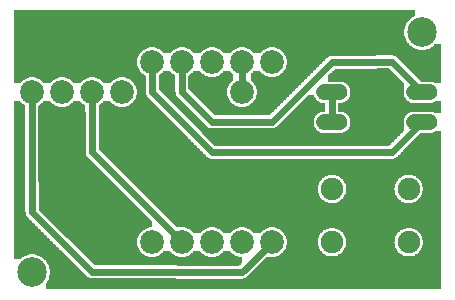
<source format=gtl>
G04 MADE WITH FRITZING*
G04 WWW.FRITZING.ORG*
G04 DOUBLE SIDED*
G04 HOLES PLATED*
G04 CONTOUR ON CENTER OF CONTOUR VECTOR*
%ASAXBY*%
%FSLAX23Y23*%
%MOIN*%
%OFA0B0*%
%SFA1.0B1.0*%
%ADD10C,0.075000*%
%ADD11C,0.052000*%
%ADD12C,0.079370*%
%ADD13C,0.098425*%
%ADD14C,0.024000*%
%ADD15R,0.001000X0.001000*%
%LNCOPPER1*%
G90*
G70*
G54D10*
X1212Y709D03*
X107Y900D03*
X181Y553D03*
X1339Y184D03*
X1083Y184D03*
X1339Y361D03*
X1083Y361D03*
G54D11*
X1084Y684D03*
X1084Y584D03*
X1384Y584D03*
X1384Y684D03*
X1084Y684D03*
X1084Y584D03*
X1384Y584D03*
X1384Y684D03*
G54D12*
X484Y184D03*
X584Y184D03*
X684Y184D03*
X784Y184D03*
X884Y184D03*
G54D13*
X1384Y884D03*
X84Y84D03*
G54D12*
X484Y784D03*
X584Y784D03*
X684Y784D03*
X784Y784D03*
X884Y784D03*
X84Y684D03*
X184Y684D03*
X284Y684D03*
X384Y684D03*
X784Y684D03*
G54D14*
X1084Y657D02*
X1084Y611D01*
D02*
X584Y684D02*
X683Y585D01*
D02*
X584Y753D02*
X584Y684D01*
D02*
X683Y585D02*
X883Y585D01*
D02*
X883Y585D02*
X1084Y783D01*
D02*
X1084Y783D02*
X1284Y785D01*
D02*
X1284Y785D02*
X1365Y703D01*
D02*
X183Y184D02*
X284Y85D01*
D02*
X84Y384D02*
X84Y283D01*
D02*
X84Y653D02*
X84Y384D01*
D02*
X84Y283D02*
X183Y184D01*
D02*
X284Y85D02*
X783Y84D01*
D02*
X783Y84D02*
X862Y162D01*
D02*
X485Y283D02*
X284Y483D01*
D02*
X284Y483D02*
X284Y653D01*
D02*
X562Y206D02*
X485Y283D01*
D02*
X1365Y565D02*
X1284Y483D01*
D02*
X985Y483D02*
X683Y483D01*
D02*
X683Y483D02*
X485Y684D01*
D02*
X1284Y483D02*
X985Y483D01*
D02*
X485Y684D02*
X484Y753D01*
D02*
X784Y715D02*
X784Y753D01*
G36*
X1233Y763D02*
X1233Y761D01*
X1093Y761D01*
X1093Y759D01*
X1091Y759D01*
X1091Y757D01*
X1089Y757D01*
X1089Y755D01*
X1087Y755D01*
X1087Y753D01*
X1085Y753D01*
X1085Y751D01*
X1083Y751D01*
X1083Y749D01*
X1081Y749D01*
X1081Y747D01*
X1077Y747D01*
X1077Y745D01*
X1075Y745D01*
X1075Y743D01*
X1073Y743D01*
X1073Y741D01*
X1071Y741D01*
X1071Y739D01*
X1069Y739D01*
X1069Y719D01*
X1119Y719D01*
X1119Y717D01*
X1125Y717D01*
X1125Y715D01*
X1129Y715D01*
X1129Y713D01*
X1131Y713D01*
X1131Y711D01*
X1135Y711D01*
X1135Y709D01*
X1137Y709D01*
X1137Y705D01*
X1139Y705D01*
X1139Y703D01*
X1141Y703D01*
X1141Y699D01*
X1143Y699D01*
X1143Y693D01*
X1145Y693D01*
X1145Y673D01*
X1143Y673D01*
X1143Y669D01*
X1141Y669D01*
X1141Y665D01*
X1139Y665D01*
X1139Y661D01*
X1137Y661D01*
X1137Y659D01*
X1135Y659D01*
X1135Y657D01*
X1133Y657D01*
X1133Y655D01*
X1131Y655D01*
X1131Y653D01*
X1127Y653D01*
X1127Y651D01*
X1121Y651D01*
X1121Y649D01*
X1113Y649D01*
X1113Y647D01*
X1355Y647D01*
X1355Y649D01*
X1345Y649D01*
X1345Y651D01*
X1341Y651D01*
X1341Y653D01*
X1337Y653D01*
X1337Y655D01*
X1335Y655D01*
X1335Y657D01*
X1333Y657D01*
X1333Y659D01*
X1331Y659D01*
X1331Y661D01*
X1329Y661D01*
X1329Y663D01*
X1327Y663D01*
X1327Y667D01*
X1325Y667D01*
X1325Y673D01*
X1323Y673D01*
X1323Y683D01*
X1321Y683D01*
X1321Y685D01*
X1323Y685D01*
X1323Y715D01*
X1321Y715D01*
X1321Y717D01*
X1319Y717D01*
X1319Y719D01*
X1317Y719D01*
X1317Y721D01*
X1315Y721D01*
X1315Y723D01*
X1313Y723D01*
X1313Y725D01*
X1311Y725D01*
X1311Y727D01*
X1309Y727D01*
X1309Y729D01*
X1307Y729D01*
X1307Y731D01*
X1305Y731D01*
X1305Y733D01*
X1303Y733D01*
X1303Y735D01*
X1301Y735D01*
X1301Y737D01*
X1299Y737D01*
X1299Y739D01*
X1297Y739D01*
X1297Y741D01*
X1295Y741D01*
X1295Y743D01*
X1293Y743D01*
X1293Y745D01*
X1291Y745D01*
X1291Y747D01*
X1289Y747D01*
X1289Y749D01*
X1287Y749D01*
X1287Y751D01*
X1285Y751D01*
X1285Y753D01*
X1283Y753D01*
X1283Y755D01*
X1281Y755D01*
X1281Y757D01*
X1279Y757D01*
X1279Y759D01*
X1277Y759D01*
X1277Y761D01*
X1275Y761D01*
X1275Y763D01*
X1233Y763D01*
G37*
D02*
G36*
X523Y755D02*
X523Y753D01*
X521Y753D01*
X521Y749D01*
X519Y749D01*
X519Y747D01*
X515Y747D01*
X515Y745D01*
X513Y745D01*
X513Y743D01*
X511Y743D01*
X511Y741D01*
X507Y741D01*
X507Y691D01*
X509Y691D01*
X509Y689D01*
X511Y689D01*
X511Y687D01*
X513Y687D01*
X513Y685D01*
X515Y685D01*
X515Y683D01*
X517Y683D01*
X517Y681D01*
X519Y681D01*
X519Y679D01*
X521Y679D01*
X521Y677D01*
X523Y677D01*
X523Y675D01*
X525Y675D01*
X525Y673D01*
X527Y673D01*
X527Y671D01*
X529Y671D01*
X529Y669D01*
X531Y669D01*
X531Y667D01*
X533Y667D01*
X533Y665D01*
X535Y665D01*
X535Y663D01*
X537Y663D01*
X537Y661D01*
X539Y661D01*
X539Y659D01*
X541Y659D01*
X541Y657D01*
X543Y657D01*
X543Y655D01*
X545Y655D01*
X545Y653D01*
X547Y653D01*
X547Y651D01*
X549Y651D01*
X549Y649D01*
X551Y649D01*
X551Y647D01*
X553Y647D01*
X553Y645D01*
X555Y645D01*
X555Y643D01*
X557Y643D01*
X557Y641D01*
X559Y641D01*
X559Y639D01*
X561Y639D01*
X561Y637D01*
X563Y637D01*
X563Y635D01*
X565Y635D01*
X565Y633D01*
X567Y633D01*
X567Y631D01*
X569Y631D01*
X569Y629D01*
X571Y629D01*
X571Y627D01*
X573Y627D01*
X573Y625D01*
X575Y625D01*
X575Y623D01*
X577Y623D01*
X577Y621D01*
X579Y621D01*
X579Y619D01*
X581Y619D01*
X581Y617D01*
X583Y617D01*
X583Y615D01*
X585Y615D01*
X585Y613D01*
X587Y613D01*
X587Y611D01*
X589Y611D01*
X589Y609D01*
X591Y609D01*
X591Y607D01*
X593Y607D01*
X593Y605D01*
X595Y605D01*
X595Y603D01*
X597Y603D01*
X597Y601D01*
X599Y601D01*
X599Y599D01*
X601Y599D01*
X601Y597D01*
X603Y597D01*
X603Y595D01*
X605Y595D01*
X605Y593D01*
X607Y593D01*
X607Y591D01*
X609Y591D01*
X609Y589D01*
X611Y589D01*
X611Y587D01*
X613Y587D01*
X613Y585D01*
X615Y585D01*
X615Y583D01*
X617Y583D01*
X617Y581D01*
X619Y581D01*
X619Y579D01*
X621Y579D01*
X621Y577D01*
X623Y577D01*
X623Y575D01*
X625Y575D01*
X625Y573D01*
X627Y573D01*
X627Y571D01*
X629Y571D01*
X629Y569D01*
X631Y569D01*
X631Y567D01*
X633Y567D01*
X633Y565D01*
X635Y565D01*
X635Y563D01*
X675Y563D01*
X675Y565D01*
X671Y565D01*
X671Y567D01*
X669Y567D01*
X669Y569D01*
X667Y569D01*
X667Y571D01*
X665Y571D01*
X665Y573D01*
X663Y573D01*
X663Y575D01*
X661Y575D01*
X661Y577D01*
X659Y577D01*
X659Y579D01*
X657Y579D01*
X657Y581D01*
X655Y581D01*
X655Y583D01*
X653Y583D01*
X653Y585D01*
X651Y585D01*
X651Y587D01*
X649Y587D01*
X649Y589D01*
X647Y589D01*
X647Y591D01*
X645Y591D01*
X645Y593D01*
X643Y593D01*
X643Y595D01*
X641Y595D01*
X641Y597D01*
X639Y597D01*
X639Y599D01*
X637Y599D01*
X637Y601D01*
X635Y601D01*
X635Y603D01*
X633Y603D01*
X633Y605D01*
X631Y605D01*
X631Y607D01*
X629Y607D01*
X629Y609D01*
X627Y609D01*
X627Y611D01*
X625Y611D01*
X625Y613D01*
X623Y613D01*
X623Y615D01*
X621Y615D01*
X621Y617D01*
X619Y617D01*
X619Y619D01*
X617Y619D01*
X617Y621D01*
X615Y621D01*
X615Y623D01*
X613Y623D01*
X613Y625D01*
X611Y625D01*
X611Y627D01*
X609Y627D01*
X609Y629D01*
X607Y629D01*
X607Y631D01*
X605Y631D01*
X605Y633D01*
X603Y633D01*
X603Y635D01*
X601Y635D01*
X601Y637D01*
X599Y637D01*
X599Y639D01*
X597Y639D01*
X597Y641D01*
X595Y641D01*
X595Y643D01*
X593Y643D01*
X593Y645D01*
X591Y645D01*
X591Y647D01*
X589Y647D01*
X589Y649D01*
X587Y649D01*
X587Y651D01*
X585Y651D01*
X585Y653D01*
X583Y653D01*
X583Y655D01*
X581Y655D01*
X581Y657D01*
X579Y657D01*
X579Y659D01*
X577Y659D01*
X577Y661D01*
X575Y661D01*
X575Y663D01*
X573Y663D01*
X573Y665D01*
X571Y665D01*
X571Y667D01*
X569Y667D01*
X569Y669D01*
X567Y669D01*
X567Y671D01*
X565Y671D01*
X565Y675D01*
X563Y675D01*
X563Y683D01*
X561Y683D01*
X561Y741D01*
X557Y741D01*
X557Y743D01*
X555Y743D01*
X555Y745D01*
X551Y745D01*
X551Y747D01*
X549Y747D01*
X549Y749D01*
X547Y749D01*
X547Y751D01*
X545Y751D01*
X545Y755D01*
X523Y755D01*
G37*
D02*
G36*
X1003Y673D02*
X1003Y671D01*
X1001Y671D01*
X1001Y669D01*
X999Y669D01*
X999Y667D01*
X997Y667D01*
X997Y665D01*
X995Y665D01*
X995Y663D01*
X993Y663D01*
X993Y661D01*
X991Y661D01*
X991Y659D01*
X989Y659D01*
X989Y657D01*
X987Y657D01*
X987Y655D01*
X985Y655D01*
X985Y653D01*
X983Y653D01*
X983Y651D01*
X981Y651D01*
X981Y649D01*
X979Y649D01*
X979Y647D01*
X977Y647D01*
X977Y645D01*
X975Y645D01*
X975Y643D01*
X973Y643D01*
X973Y641D01*
X971Y641D01*
X971Y639D01*
X969Y639D01*
X969Y637D01*
X967Y637D01*
X967Y635D01*
X965Y635D01*
X965Y633D01*
X963Y633D01*
X963Y631D01*
X961Y631D01*
X961Y629D01*
X959Y629D01*
X959Y627D01*
X957Y627D01*
X957Y625D01*
X955Y625D01*
X955Y623D01*
X953Y623D01*
X953Y621D01*
X951Y621D01*
X951Y619D01*
X949Y619D01*
X949Y617D01*
X947Y617D01*
X947Y615D01*
X945Y615D01*
X945Y613D01*
X943Y613D01*
X943Y611D01*
X941Y611D01*
X941Y609D01*
X939Y609D01*
X939Y607D01*
X937Y607D01*
X937Y605D01*
X935Y605D01*
X935Y603D01*
X933Y603D01*
X933Y601D01*
X931Y601D01*
X931Y599D01*
X929Y599D01*
X929Y597D01*
X927Y597D01*
X927Y595D01*
X925Y595D01*
X925Y593D01*
X923Y593D01*
X923Y591D01*
X921Y591D01*
X921Y589D01*
X919Y589D01*
X919Y587D01*
X917Y587D01*
X917Y585D01*
X915Y585D01*
X915Y583D01*
X913Y583D01*
X913Y581D01*
X911Y581D01*
X911Y579D01*
X909Y579D01*
X909Y577D01*
X907Y577D01*
X907Y575D01*
X905Y575D01*
X905Y573D01*
X903Y573D01*
X903Y571D01*
X901Y571D01*
X901Y569D01*
X897Y569D01*
X897Y567D01*
X895Y567D01*
X895Y565D01*
X891Y565D01*
X891Y563D01*
X1027Y563D01*
X1027Y567D01*
X1025Y567D01*
X1025Y573D01*
X1023Y573D01*
X1023Y583D01*
X1021Y583D01*
X1021Y585D01*
X1023Y585D01*
X1023Y595D01*
X1025Y595D01*
X1025Y599D01*
X1027Y599D01*
X1027Y603D01*
X1029Y603D01*
X1029Y607D01*
X1031Y607D01*
X1031Y609D01*
X1033Y609D01*
X1033Y611D01*
X1037Y611D01*
X1037Y613D01*
X1039Y613D01*
X1039Y615D01*
X1043Y615D01*
X1043Y617D01*
X1049Y617D01*
X1049Y619D01*
X1061Y619D01*
X1061Y647D01*
X1055Y647D01*
X1055Y649D01*
X1045Y649D01*
X1045Y651D01*
X1041Y651D01*
X1041Y653D01*
X1037Y653D01*
X1037Y655D01*
X1035Y655D01*
X1035Y657D01*
X1033Y657D01*
X1033Y659D01*
X1031Y659D01*
X1031Y661D01*
X1029Y661D01*
X1029Y663D01*
X1027Y663D01*
X1027Y667D01*
X1025Y667D01*
X1025Y673D01*
X1003Y673D01*
G37*
D02*
G36*
X1427Y653D02*
X1427Y651D01*
X1421Y651D01*
X1421Y649D01*
X1413Y649D01*
X1413Y647D01*
X1447Y647D01*
X1447Y653D01*
X1427Y653D01*
G37*
D02*
G36*
X1105Y647D02*
X1105Y645D01*
X1447Y645D01*
X1447Y647D01*
X1105Y647D01*
G37*
D02*
G36*
X1105Y647D02*
X1105Y645D01*
X1447Y645D01*
X1447Y647D01*
X1105Y647D01*
G37*
D02*
G36*
X1105Y645D02*
X1105Y619D01*
X1419Y619D01*
X1419Y617D01*
X1425Y617D01*
X1425Y615D01*
X1447Y615D01*
X1447Y645D01*
X1105Y645D01*
G37*
D02*
G36*
X1119Y619D02*
X1119Y617D01*
X1125Y617D01*
X1125Y615D01*
X1129Y615D01*
X1129Y613D01*
X1131Y613D01*
X1131Y611D01*
X1135Y611D01*
X1135Y609D01*
X1137Y609D01*
X1137Y605D01*
X1139Y605D01*
X1139Y603D01*
X1141Y603D01*
X1141Y599D01*
X1143Y599D01*
X1143Y593D01*
X1145Y593D01*
X1145Y573D01*
X1143Y573D01*
X1143Y569D01*
X1141Y569D01*
X1141Y565D01*
X1139Y565D01*
X1139Y561D01*
X1137Y561D01*
X1137Y559D01*
X1135Y559D01*
X1135Y557D01*
X1133Y557D01*
X1133Y555D01*
X1131Y555D01*
X1131Y553D01*
X1127Y553D01*
X1127Y551D01*
X1121Y551D01*
X1121Y549D01*
X1113Y549D01*
X1113Y547D01*
X1317Y547D01*
X1317Y549D01*
X1319Y549D01*
X1319Y551D01*
X1321Y551D01*
X1321Y553D01*
X1323Y553D01*
X1323Y583D01*
X1321Y583D01*
X1321Y585D01*
X1323Y585D01*
X1323Y595D01*
X1325Y595D01*
X1325Y599D01*
X1327Y599D01*
X1327Y603D01*
X1329Y603D01*
X1329Y607D01*
X1331Y607D01*
X1331Y609D01*
X1333Y609D01*
X1333Y611D01*
X1337Y611D01*
X1337Y613D01*
X1339Y613D01*
X1339Y615D01*
X1343Y615D01*
X1343Y617D01*
X1349Y617D01*
X1349Y619D01*
X1119Y619D01*
G37*
D02*
G36*
X637Y563D02*
X637Y561D01*
X1029Y561D01*
X1029Y563D01*
X637Y563D01*
G37*
D02*
G36*
X637Y563D02*
X637Y561D01*
X1029Y561D01*
X1029Y563D01*
X637Y563D01*
G37*
D02*
G36*
X639Y561D02*
X639Y559D01*
X641Y559D01*
X641Y557D01*
X643Y557D01*
X643Y555D01*
X645Y555D01*
X645Y553D01*
X647Y553D01*
X647Y551D01*
X649Y551D01*
X649Y549D01*
X651Y549D01*
X651Y547D01*
X1055Y547D01*
X1055Y549D01*
X1045Y549D01*
X1045Y551D01*
X1041Y551D01*
X1041Y553D01*
X1037Y553D01*
X1037Y555D01*
X1035Y555D01*
X1035Y557D01*
X1033Y557D01*
X1033Y559D01*
X1031Y559D01*
X1031Y561D01*
X639Y561D01*
G37*
D02*
G36*
X651Y547D02*
X651Y545D01*
X1315Y545D01*
X1315Y547D01*
X651Y547D01*
G37*
D02*
G36*
X651Y547D02*
X651Y545D01*
X1315Y545D01*
X1315Y547D01*
X651Y547D01*
G37*
D02*
G36*
X653Y545D02*
X653Y543D01*
X655Y543D01*
X655Y541D01*
X657Y541D01*
X657Y539D01*
X659Y539D01*
X659Y537D01*
X661Y537D01*
X661Y535D01*
X663Y535D01*
X663Y533D01*
X665Y533D01*
X665Y531D01*
X667Y531D01*
X667Y529D01*
X669Y529D01*
X669Y527D01*
X671Y527D01*
X671Y525D01*
X673Y525D01*
X673Y523D01*
X675Y523D01*
X675Y521D01*
X677Y521D01*
X677Y519D01*
X679Y519D01*
X679Y517D01*
X681Y517D01*
X681Y515D01*
X683Y515D01*
X683Y513D01*
X685Y513D01*
X685Y511D01*
X687Y511D01*
X687Y509D01*
X689Y509D01*
X689Y507D01*
X691Y507D01*
X691Y505D01*
X1275Y505D01*
X1275Y507D01*
X1277Y507D01*
X1277Y509D01*
X1279Y509D01*
X1279Y511D01*
X1281Y511D01*
X1281Y513D01*
X1283Y513D01*
X1283Y515D01*
X1285Y515D01*
X1285Y517D01*
X1287Y517D01*
X1287Y519D01*
X1289Y519D01*
X1289Y521D01*
X1291Y521D01*
X1291Y523D01*
X1293Y523D01*
X1293Y525D01*
X1295Y525D01*
X1295Y527D01*
X1297Y527D01*
X1297Y529D01*
X1299Y529D01*
X1299Y531D01*
X1301Y531D01*
X1301Y533D01*
X1303Y533D01*
X1303Y535D01*
X1305Y535D01*
X1305Y537D01*
X1307Y537D01*
X1307Y539D01*
X1309Y539D01*
X1309Y541D01*
X1311Y541D01*
X1311Y543D01*
X1313Y543D01*
X1313Y545D01*
X653Y545D01*
G37*
D02*
G36*
X25Y957D02*
X25Y833D01*
X895Y833D01*
X895Y831D01*
X901Y831D01*
X901Y829D01*
X905Y829D01*
X905Y827D01*
X909Y827D01*
X909Y825D01*
X1371Y825D01*
X1371Y827D01*
X1363Y827D01*
X1363Y829D01*
X1359Y829D01*
X1359Y831D01*
X1355Y831D01*
X1355Y833D01*
X1351Y833D01*
X1351Y835D01*
X1349Y835D01*
X1349Y837D01*
X1347Y837D01*
X1347Y839D01*
X1343Y839D01*
X1343Y841D01*
X1341Y841D01*
X1341Y843D01*
X1339Y843D01*
X1339Y847D01*
X1337Y847D01*
X1337Y849D01*
X1335Y849D01*
X1335Y851D01*
X1333Y851D01*
X1333Y855D01*
X1331Y855D01*
X1331Y859D01*
X1329Y859D01*
X1329Y865D01*
X1327Y865D01*
X1327Y871D01*
X1325Y871D01*
X1325Y895D01*
X1327Y895D01*
X1327Y903D01*
X1329Y903D01*
X1329Y909D01*
X1331Y909D01*
X1331Y913D01*
X1333Y913D01*
X1333Y915D01*
X1335Y915D01*
X1335Y919D01*
X1337Y919D01*
X1337Y921D01*
X1339Y921D01*
X1339Y923D01*
X1341Y923D01*
X1341Y925D01*
X1343Y925D01*
X1343Y927D01*
X1345Y927D01*
X1345Y929D01*
X1347Y929D01*
X1347Y931D01*
X1349Y931D01*
X1349Y933D01*
X1353Y933D01*
X1353Y935D01*
X1357Y935D01*
X1357Y937D01*
X1361Y937D01*
X1361Y957D01*
X25Y957D01*
G37*
D02*
G36*
X1427Y845D02*
X1427Y843D01*
X1425Y843D01*
X1425Y841D01*
X1423Y841D01*
X1423Y839D01*
X1421Y839D01*
X1421Y837D01*
X1419Y837D01*
X1419Y835D01*
X1417Y835D01*
X1417Y833D01*
X1413Y833D01*
X1413Y831D01*
X1409Y831D01*
X1409Y829D01*
X1405Y829D01*
X1405Y827D01*
X1397Y827D01*
X1397Y825D01*
X1447Y825D01*
X1447Y845D01*
X1427Y845D01*
G37*
D02*
G36*
X25Y833D02*
X25Y733D01*
X395Y733D01*
X395Y731D01*
X401Y731D01*
X401Y729D01*
X405Y729D01*
X405Y727D01*
X409Y727D01*
X409Y725D01*
X413Y725D01*
X413Y723D01*
X415Y723D01*
X415Y721D01*
X417Y721D01*
X417Y719D01*
X419Y719D01*
X419Y717D01*
X421Y717D01*
X421Y715D01*
X423Y715D01*
X423Y713D01*
X425Y713D01*
X425Y709D01*
X427Y709D01*
X427Y705D01*
X429Y705D01*
X429Y701D01*
X431Y701D01*
X431Y695D01*
X433Y695D01*
X433Y673D01*
X431Y673D01*
X431Y665D01*
X429Y665D01*
X429Y661D01*
X427Y661D01*
X427Y657D01*
X425Y657D01*
X425Y655D01*
X423Y655D01*
X423Y653D01*
X421Y653D01*
X421Y649D01*
X419Y649D01*
X419Y647D01*
X415Y647D01*
X415Y645D01*
X413Y645D01*
X413Y643D01*
X411Y643D01*
X411Y641D01*
X407Y641D01*
X407Y639D01*
X403Y639D01*
X403Y637D01*
X397Y637D01*
X397Y635D01*
X385Y635D01*
X385Y633D01*
X503Y633D01*
X503Y635D01*
X501Y635D01*
X501Y637D01*
X499Y637D01*
X499Y639D01*
X497Y639D01*
X497Y641D01*
X495Y641D01*
X495Y643D01*
X493Y643D01*
X493Y645D01*
X491Y645D01*
X491Y647D01*
X489Y647D01*
X489Y649D01*
X487Y649D01*
X487Y651D01*
X485Y651D01*
X485Y653D01*
X483Y653D01*
X483Y655D01*
X481Y655D01*
X481Y657D01*
X479Y657D01*
X479Y659D01*
X477Y659D01*
X477Y661D01*
X475Y661D01*
X475Y663D01*
X473Y663D01*
X473Y665D01*
X471Y665D01*
X471Y667D01*
X469Y667D01*
X469Y669D01*
X467Y669D01*
X467Y673D01*
X465Y673D01*
X465Y677D01*
X463Y677D01*
X463Y739D01*
X461Y739D01*
X461Y741D01*
X457Y741D01*
X457Y743D01*
X455Y743D01*
X455Y745D01*
X451Y745D01*
X451Y747D01*
X449Y747D01*
X449Y749D01*
X447Y749D01*
X447Y751D01*
X445Y751D01*
X445Y755D01*
X443Y755D01*
X443Y757D01*
X441Y757D01*
X441Y761D01*
X439Y761D01*
X439Y765D01*
X437Y765D01*
X437Y771D01*
X435Y771D01*
X435Y797D01*
X437Y797D01*
X437Y803D01*
X439Y803D01*
X439Y807D01*
X441Y807D01*
X441Y811D01*
X443Y811D01*
X443Y813D01*
X445Y813D01*
X445Y815D01*
X447Y815D01*
X447Y817D01*
X449Y817D01*
X449Y819D01*
X451Y819D01*
X451Y821D01*
X453Y821D01*
X453Y823D01*
X455Y823D01*
X455Y825D01*
X459Y825D01*
X459Y827D01*
X463Y827D01*
X463Y829D01*
X467Y829D01*
X467Y831D01*
X473Y831D01*
X473Y833D01*
X25Y833D01*
G37*
D02*
G36*
X495Y833D02*
X495Y831D01*
X501Y831D01*
X501Y829D01*
X505Y829D01*
X505Y827D01*
X509Y827D01*
X509Y825D01*
X513Y825D01*
X513Y823D01*
X515Y823D01*
X515Y821D01*
X517Y821D01*
X517Y819D01*
X519Y819D01*
X519Y817D01*
X521Y817D01*
X521Y815D01*
X523Y815D01*
X523Y813D01*
X545Y813D01*
X545Y815D01*
X547Y815D01*
X547Y817D01*
X549Y817D01*
X549Y819D01*
X551Y819D01*
X551Y821D01*
X553Y821D01*
X553Y823D01*
X555Y823D01*
X555Y825D01*
X559Y825D01*
X559Y827D01*
X563Y827D01*
X563Y829D01*
X567Y829D01*
X567Y831D01*
X573Y831D01*
X573Y833D01*
X495Y833D01*
G37*
D02*
G36*
X595Y833D02*
X595Y831D01*
X601Y831D01*
X601Y829D01*
X605Y829D01*
X605Y827D01*
X609Y827D01*
X609Y825D01*
X613Y825D01*
X613Y823D01*
X615Y823D01*
X615Y821D01*
X617Y821D01*
X617Y819D01*
X619Y819D01*
X619Y817D01*
X621Y817D01*
X621Y815D01*
X623Y815D01*
X623Y813D01*
X645Y813D01*
X645Y815D01*
X647Y815D01*
X647Y817D01*
X649Y817D01*
X649Y819D01*
X651Y819D01*
X651Y821D01*
X653Y821D01*
X653Y823D01*
X655Y823D01*
X655Y825D01*
X659Y825D01*
X659Y827D01*
X663Y827D01*
X663Y829D01*
X667Y829D01*
X667Y831D01*
X673Y831D01*
X673Y833D01*
X595Y833D01*
G37*
D02*
G36*
X695Y833D02*
X695Y831D01*
X701Y831D01*
X701Y829D01*
X705Y829D01*
X705Y827D01*
X709Y827D01*
X709Y825D01*
X713Y825D01*
X713Y823D01*
X715Y823D01*
X715Y821D01*
X717Y821D01*
X717Y819D01*
X719Y819D01*
X719Y817D01*
X721Y817D01*
X721Y815D01*
X723Y815D01*
X723Y813D01*
X745Y813D01*
X745Y815D01*
X747Y815D01*
X747Y817D01*
X749Y817D01*
X749Y819D01*
X751Y819D01*
X751Y821D01*
X753Y821D01*
X753Y823D01*
X755Y823D01*
X755Y825D01*
X759Y825D01*
X759Y827D01*
X763Y827D01*
X763Y829D01*
X767Y829D01*
X767Y831D01*
X773Y831D01*
X773Y833D01*
X695Y833D01*
G37*
D02*
G36*
X795Y833D02*
X795Y831D01*
X801Y831D01*
X801Y829D01*
X805Y829D01*
X805Y827D01*
X809Y827D01*
X809Y825D01*
X813Y825D01*
X813Y823D01*
X815Y823D01*
X815Y821D01*
X817Y821D01*
X817Y819D01*
X819Y819D01*
X819Y817D01*
X821Y817D01*
X821Y815D01*
X823Y815D01*
X823Y813D01*
X845Y813D01*
X845Y815D01*
X847Y815D01*
X847Y817D01*
X849Y817D01*
X849Y819D01*
X851Y819D01*
X851Y821D01*
X853Y821D01*
X853Y823D01*
X855Y823D01*
X855Y825D01*
X859Y825D01*
X859Y827D01*
X863Y827D01*
X863Y829D01*
X867Y829D01*
X867Y831D01*
X873Y831D01*
X873Y833D01*
X795Y833D01*
G37*
D02*
G36*
X913Y825D02*
X913Y823D01*
X1447Y823D01*
X1447Y825D01*
X913Y825D01*
G37*
D02*
G36*
X913Y825D02*
X913Y823D01*
X1447Y823D01*
X1447Y825D01*
X913Y825D01*
G37*
D02*
G36*
X915Y823D02*
X915Y821D01*
X917Y821D01*
X917Y819D01*
X919Y819D01*
X919Y817D01*
X921Y817D01*
X921Y815D01*
X923Y815D01*
X923Y813D01*
X925Y813D01*
X925Y809D01*
X927Y809D01*
X927Y807D01*
X1287Y807D01*
X1287Y805D01*
X1293Y805D01*
X1293Y803D01*
X1297Y803D01*
X1297Y801D01*
X1299Y801D01*
X1299Y799D01*
X1301Y799D01*
X1301Y797D01*
X1303Y797D01*
X1303Y795D01*
X1305Y795D01*
X1305Y793D01*
X1307Y793D01*
X1307Y791D01*
X1309Y791D01*
X1309Y789D01*
X1311Y789D01*
X1311Y787D01*
X1313Y787D01*
X1313Y785D01*
X1315Y785D01*
X1315Y783D01*
X1317Y783D01*
X1317Y781D01*
X1319Y781D01*
X1319Y779D01*
X1321Y779D01*
X1321Y777D01*
X1323Y777D01*
X1323Y775D01*
X1325Y775D01*
X1325Y773D01*
X1327Y773D01*
X1327Y771D01*
X1329Y771D01*
X1329Y769D01*
X1331Y769D01*
X1331Y767D01*
X1333Y767D01*
X1333Y765D01*
X1335Y765D01*
X1335Y763D01*
X1337Y763D01*
X1337Y761D01*
X1339Y761D01*
X1339Y759D01*
X1341Y759D01*
X1341Y757D01*
X1343Y757D01*
X1343Y755D01*
X1345Y755D01*
X1345Y753D01*
X1347Y753D01*
X1347Y751D01*
X1349Y751D01*
X1349Y749D01*
X1351Y749D01*
X1351Y747D01*
X1353Y747D01*
X1353Y745D01*
X1355Y745D01*
X1355Y743D01*
X1357Y743D01*
X1357Y741D01*
X1359Y741D01*
X1359Y739D01*
X1361Y739D01*
X1361Y737D01*
X1363Y737D01*
X1363Y735D01*
X1365Y735D01*
X1365Y733D01*
X1367Y733D01*
X1367Y731D01*
X1369Y731D01*
X1369Y729D01*
X1371Y729D01*
X1371Y727D01*
X1373Y727D01*
X1373Y725D01*
X1375Y725D01*
X1375Y723D01*
X1377Y723D01*
X1377Y721D01*
X1379Y721D01*
X1379Y719D01*
X1419Y719D01*
X1419Y717D01*
X1425Y717D01*
X1425Y715D01*
X1447Y715D01*
X1447Y823D01*
X915Y823D01*
G37*
D02*
G36*
X927Y807D02*
X927Y805D01*
X929Y805D01*
X929Y801D01*
X931Y801D01*
X931Y795D01*
X933Y795D01*
X933Y773D01*
X931Y773D01*
X931Y765D01*
X929Y765D01*
X929Y761D01*
X927Y761D01*
X927Y757D01*
X925Y757D01*
X925Y755D01*
X923Y755D01*
X923Y753D01*
X921Y753D01*
X921Y749D01*
X919Y749D01*
X919Y747D01*
X915Y747D01*
X915Y745D01*
X913Y745D01*
X913Y743D01*
X911Y743D01*
X911Y741D01*
X907Y741D01*
X907Y739D01*
X903Y739D01*
X903Y737D01*
X897Y737D01*
X897Y735D01*
X885Y735D01*
X885Y733D01*
X1003Y733D01*
X1003Y735D01*
X1005Y735D01*
X1005Y737D01*
X1007Y737D01*
X1007Y739D01*
X1009Y739D01*
X1009Y741D01*
X1011Y741D01*
X1011Y743D01*
X1013Y743D01*
X1013Y745D01*
X1015Y745D01*
X1015Y747D01*
X1017Y747D01*
X1017Y749D01*
X1019Y749D01*
X1019Y751D01*
X1021Y751D01*
X1021Y753D01*
X1023Y753D01*
X1023Y755D01*
X1025Y755D01*
X1025Y757D01*
X1027Y757D01*
X1027Y759D01*
X1029Y759D01*
X1029Y761D01*
X1031Y761D01*
X1031Y763D01*
X1033Y763D01*
X1033Y765D01*
X1035Y765D01*
X1035Y767D01*
X1037Y767D01*
X1037Y769D01*
X1039Y769D01*
X1039Y771D01*
X1041Y771D01*
X1041Y773D01*
X1043Y773D01*
X1043Y775D01*
X1045Y775D01*
X1045Y777D01*
X1047Y777D01*
X1047Y779D01*
X1049Y779D01*
X1049Y781D01*
X1051Y781D01*
X1051Y783D01*
X1053Y783D01*
X1053Y785D01*
X1055Y785D01*
X1055Y787D01*
X1057Y787D01*
X1057Y789D01*
X1059Y789D01*
X1059Y791D01*
X1061Y791D01*
X1061Y793D01*
X1063Y793D01*
X1063Y795D01*
X1065Y795D01*
X1065Y797D01*
X1067Y797D01*
X1067Y799D01*
X1071Y799D01*
X1071Y801D01*
X1073Y801D01*
X1073Y803D01*
X1079Y803D01*
X1079Y805D01*
X1231Y805D01*
X1231Y807D01*
X927Y807D01*
G37*
D02*
G36*
X623Y755D02*
X623Y753D01*
X621Y753D01*
X621Y749D01*
X619Y749D01*
X619Y747D01*
X615Y747D01*
X615Y745D01*
X613Y745D01*
X613Y743D01*
X611Y743D01*
X611Y741D01*
X607Y741D01*
X607Y739D01*
X605Y739D01*
X605Y733D01*
X681Y733D01*
X681Y735D01*
X671Y735D01*
X671Y737D01*
X665Y737D01*
X665Y739D01*
X661Y739D01*
X661Y741D01*
X657Y741D01*
X657Y743D01*
X655Y743D01*
X655Y745D01*
X651Y745D01*
X651Y747D01*
X649Y747D01*
X649Y749D01*
X647Y749D01*
X647Y751D01*
X645Y751D01*
X645Y755D01*
X623Y755D01*
G37*
D02*
G36*
X723Y755D02*
X723Y753D01*
X721Y753D01*
X721Y749D01*
X719Y749D01*
X719Y747D01*
X715Y747D01*
X715Y745D01*
X713Y745D01*
X713Y743D01*
X711Y743D01*
X711Y741D01*
X707Y741D01*
X707Y739D01*
X703Y739D01*
X703Y737D01*
X697Y737D01*
X697Y735D01*
X685Y735D01*
X685Y733D01*
X755Y733D01*
X755Y745D01*
X751Y745D01*
X751Y747D01*
X749Y747D01*
X749Y749D01*
X747Y749D01*
X747Y751D01*
X745Y751D01*
X745Y755D01*
X723Y755D01*
G37*
D02*
G36*
X823Y755D02*
X823Y753D01*
X821Y753D01*
X821Y749D01*
X819Y749D01*
X819Y747D01*
X815Y747D01*
X815Y745D01*
X813Y745D01*
X813Y733D01*
X881Y733D01*
X881Y735D01*
X871Y735D01*
X871Y737D01*
X865Y737D01*
X865Y739D01*
X861Y739D01*
X861Y741D01*
X857Y741D01*
X857Y743D01*
X855Y743D01*
X855Y745D01*
X851Y745D01*
X851Y747D01*
X849Y747D01*
X849Y749D01*
X847Y749D01*
X847Y751D01*
X845Y751D01*
X845Y755D01*
X823Y755D01*
G37*
D02*
G36*
X25Y733D02*
X25Y713D01*
X45Y713D01*
X45Y715D01*
X47Y715D01*
X47Y717D01*
X49Y717D01*
X49Y719D01*
X51Y719D01*
X51Y721D01*
X53Y721D01*
X53Y723D01*
X55Y723D01*
X55Y725D01*
X59Y725D01*
X59Y727D01*
X63Y727D01*
X63Y729D01*
X67Y729D01*
X67Y731D01*
X73Y731D01*
X73Y733D01*
X25Y733D01*
G37*
D02*
G36*
X95Y733D02*
X95Y731D01*
X101Y731D01*
X101Y729D01*
X105Y729D01*
X105Y727D01*
X109Y727D01*
X109Y725D01*
X113Y725D01*
X113Y723D01*
X115Y723D01*
X115Y721D01*
X117Y721D01*
X117Y719D01*
X119Y719D01*
X119Y717D01*
X121Y717D01*
X121Y715D01*
X123Y715D01*
X123Y713D01*
X145Y713D01*
X145Y715D01*
X147Y715D01*
X147Y717D01*
X149Y717D01*
X149Y719D01*
X151Y719D01*
X151Y721D01*
X153Y721D01*
X153Y723D01*
X155Y723D01*
X155Y725D01*
X159Y725D01*
X159Y727D01*
X163Y727D01*
X163Y729D01*
X167Y729D01*
X167Y731D01*
X173Y731D01*
X173Y733D01*
X95Y733D01*
G37*
D02*
G36*
X195Y733D02*
X195Y731D01*
X201Y731D01*
X201Y729D01*
X205Y729D01*
X205Y727D01*
X209Y727D01*
X209Y725D01*
X213Y725D01*
X213Y723D01*
X215Y723D01*
X215Y721D01*
X217Y721D01*
X217Y719D01*
X219Y719D01*
X219Y717D01*
X221Y717D01*
X221Y715D01*
X223Y715D01*
X223Y713D01*
X245Y713D01*
X245Y715D01*
X247Y715D01*
X247Y717D01*
X249Y717D01*
X249Y719D01*
X251Y719D01*
X251Y721D01*
X253Y721D01*
X253Y723D01*
X255Y723D01*
X255Y725D01*
X259Y725D01*
X259Y727D01*
X263Y727D01*
X263Y729D01*
X267Y729D01*
X267Y731D01*
X273Y731D01*
X273Y733D01*
X195Y733D01*
G37*
D02*
G36*
X295Y733D02*
X295Y731D01*
X301Y731D01*
X301Y729D01*
X305Y729D01*
X305Y727D01*
X309Y727D01*
X309Y725D01*
X313Y725D01*
X313Y723D01*
X315Y723D01*
X315Y721D01*
X317Y721D01*
X317Y719D01*
X319Y719D01*
X319Y717D01*
X321Y717D01*
X321Y715D01*
X323Y715D01*
X323Y713D01*
X345Y713D01*
X345Y715D01*
X347Y715D01*
X347Y717D01*
X349Y717D01*
X349Y719D01*
X351Y719D01*
X351Y721D01*
X353Y721D01*
X353Y723D01*
X355Y723D01*
X355Y725D01*
X359Y725D01*
X359Y727D01*
X363Y727D01*
X363Y729D01*
X367Y729D01*
X367Y731D01*
X373Y731D01*
X373Y733D01*
X295Y733D01*
G37*
D02*
G36*
X605Y733D02*
X605Y731D01*
X755Y731D01*
X755Y733D01*
X605Y733D01*
G37*
D02*
G36*
X605Y733D02*
X605Y731D01*
X755Y731D01*
X755Y733D01*
X605Y733D01*
G37*
D02*
G36*
X813Y733D02*
X813Y731D01*
X1001Y731D01*
X1001Y733D01*
X813Y733D01*
G37*
D02*
G36*
X813Y733D02*
X813Y731D01*
X1001Y731D01*
X1001Y733D01*
X813Y733D01*
G37*
D02*
G36*
X605Y731D02*
X605Y693D01*
X607Y693D01*
X607Y691D01*
X609Y691D01*
X609Y689D01*
X611Y689D01*
X611Y687D01*
X613Y687D01*
X613Y685D01*
X615Y685D01*
X615Y683D01*
X617Y683D01*
X617Y681D01*
X619Y681D01*
X619Y679D01*
X621Y679D01*
X621Y677D01*
X623Y677D01*
X623Y675D01*
X625Y675D01*
X625Y673D01*
X627Y673D01*
X627Y671D01*
X629Y671D01*
X629Y669D01*
X631Y669D01*
X631Y667D01*
X633Y667D01*
X633Y665D01*
X635Y665D01*
X635Y663D01*
X637Y663D01*
X637Y661D01*
X639Y661D01*
X639Y659D01*
X641Y659D01*
X641Y657D01*
X643Y657D01*
X643Y655D01*
X645Y655D01*
X645Y653D01*
X647Y653D01*
X647Y651D01*
X649Y651D01*
X649Y649D01*
X651Y649D01*
X651Y647D01*
X653Y647D01*
X653Y645D01*
X655Y645D01*
X655Y643D01*
X657Y643D01*
X657Y641D01*
X659Y641D01*
X659Y639D01*
X661Y639D01*
X661Y637D01*
X663Y637D01*
X663Y635D01*
X665Y635D01*
X665Y633D01*
X781Y633D01*
X781Y635D01*
X771Y635D01*
X771Y637D01*
X765Y637D01*
X765Y639D01*
X761Y639D01*
X761Y641D01*
X757Y641D01*
X757Y643D01*
X755Y643D01*
X755Y645D01*
X751Y645D01*
X751Y647D01*
X749Y647D01*
X749Y649D01*
X747Y649D01*
X747Y651D01*
X745Y651D01*
X745Y655D01*
X743Y655D01*
X743Y657D01*
X741Y657D01*
X741Y661D01*
X739Y661D01*
X739Y665D01*
X737Y665D01*
X737Y671D01*
X735Y671D01*
X735Y697D01*
X737Y697D01*
X737Y703D01*
X739Y703D01*
X739Y707D01*
X741Y707D01*
X741Y711D01*
X743Y711D01*
X743Y713D01*
X745Y713D01*
X745Y715D01*
X747Y715D01*
X747Y717D01*
X749Y717D01*
X749Y719D01*
X751Y719D01*
X751Y721D01*
X753Y721D01*
X753Y723D01*
X755Y723D01*
X755Y731D01*
X605Y731D01*
G37*
D02*
G36*
X813Y731D02*
X813Y723D01*
X815Y723D01*
X815Y721D01*
X817Y721D01*
X817Y719D01*
X819Y719D01*
X819Y717D01*
X821Y717D01*
X821Y715D01*
X823Y715D01*
X823Y713D01*
X825Y713D01*
X825Y709D01*
X827Y709D01*
X827Y705D01*
X829Y705D01*
X829Y701D01*
X831Y701D01*
X831Y695D01*
X833Y695D01*
X833Y673D01*
X831Y673D01*
X831Y665D01*
X829Y665D01*
X829Y661D01*
X827Y661D01*
X827Y657D01*
X825Y657D01*
X825Y655D01*
X823Y655D01*
X823Y653D01*
X821Y653D01*
X821Y649D01*
X819Y649D01*
X819Y647D01*
X815Y647D01*
X815Y645D01*
X813Y645D01*
X813Y643D01*
X811Y643D01*
X811Y641D01*
X807Y641D01*
X807Y639D01*
X803Y639D01*
X803Y637D01*
X797Y637D01*
X797Y635D01*
X785Y635D01*
X785Y633D01*
X903Y633D01*
X903Y635D01*
X905Y635D01*
X905Y637D01*
X907Y637D01*
X907Y639D01*
X909Y639D01*
X909Y641D01*
X911Y641D01*
X911Y643D01*
X913Y643D01*
X913Y645D01*
X915Y645D01*
X915Y647D01*
X917Y647D01*
X917Y649D01*
X919Y649D01*
X919Y651D01*
X921Y651D01*
X921Y653D01*
X923Y653D01*
X923Y655D01*
X925Y655D01*
X925Y657D01*
X927Y657D01*
X927Y659D01*
X929Y659D01*
X929Y661D01*
X931Y661D01*
X931Y663D01*
X933Y663D01*
X933Y665D01*
X935Y665D01*
X935Y667D01*
X937Y667D01*
X937Y669D01*
X939Y669D01*
X939Y671D01*
X941Y671D01*
X941Y673D01*
X943Y673D01*
X943Y675D01*
X945Y675D01*
X945Y677D01*
X947Y677D01*
X947Y679D01*
X949Y679D01*
X949Y681D01*
X951Y681D01*
X951Y683D01*
X953Y683D01*
X953Y685D01*
X955Y685D01*
X955Y687D01*
X957Y687D01*
X957Y689D01*
X959Y689D01*
X959Y691D01*
X961Y691D01*
X961Y693D01*
X963Y693D01*
X963Y695D01*
X965Y695D01*
X965Y697D01*
X967Y697D01*
X967Y699D01*
X969Y699D01*
X969Y701D01*
X971Y701D01*
X971Y703D01*
X973Y703D01*
X973Y705D01*
X975Y705D01*
X975Y707D01*
X977Y707D01*
X977Y709D01*
X979Y709D01*
X979Y711D01*
X981Y711D01*
X981Y713D01*
X983Y713D01*
X983Y715D01*
X985Y715D01*
X985Y717D01*
X987Y717D01*
X987Y719D01*
X989Y719D01*
X989Y721D01*
X991Y721D01*
X991Y723D01*
X993Y723D01*
X993Y725D01*
X995Y725D01*
X995Y727D01*
X997Y727D01*
X997Y729D01*
X999Y729D01*
X999Y731D01*
X813Y731D01*
G37*
D02*
G36*
X25Y655D02*
X25Y143D01*
X93Y143D01*
X93Y141D01*
X101Y141D01*
X101Y139D01*
X107Y139D01*
X107Y137D01*
X111Y137D01*
X111Y135D01*
X115Y135D01*
X115Y133D01*
X117Y133D01*
X117Y131D01*
X121Y131D01*
X121Y129D01*
X123Y129D01*
X123Y127D01*
X125Y127D01*
X125Y125D01*
X127Y125D01*
X127Y123D01*
X129Y123D01*
X129Y121D01*
X131Y121D01*
X131Y117D01*
X133Y117D01*
X133Y115D01*
X135Y115D01*
X135Y111D01*
X137Y111D01*
X137Y107D01*
X139Y107D01*
X139Y103D01*
X141Y103D01*
X141Y93D01*
X143Y93D01*
X143Y73D01*
X141Y73D01*
X141Y65D01*
X139Y65D01*
X139Y61D01*
X563Y61D01*
X563Y63D01*
X277Y63D01*
X277Y65D01*
X273Y65D01*
X273Y67D01*
X271Y67D01*
X271Y69D01*
X267Y69D01*
X267Y71D01*
X265Y71D01*
X265Y73D01*
X263Y73D01*
X263Y75D01*
X261Y75D01*
X261Y77D01*
X259Y77D01*
X259Y79D01*
X257Y79D01*
X257Y81D01*
X255Y81D01*
X255Y83D01*
X253Y83D01*
X253Y85D01*
X251Y85D01*
X251Y87D01*
X249Y87D01*
X249Y89D01*
X247Y89D01*
X247Y91D01*
X245Y91D01*
X245Y93D01*
X243Y93D01*
X243Y95D01*
X241Y95D01*
X241Y97D01*
X239Y97D01*
X239Y99D01*
X237Y99D01*
X237Y101D01*
X235Y101D01*
X235Y103D01*
X233Y103D01*
X233Y105D01*
X231Y105D01*
X231Y107D01*
X229Y107D01*
X229Y109D01*
X227Y109D01*
X227Y111D01*
X225Y111D01*
X225Y113D01*
X223Y113D01*
X223Y115D01*
X221Y115D01*
X221Y117D01*
X219Y117D01*
X219Y119D01*
X217Y119D01*
X217Y121D01*
X215Y121D01*
X215Y123D01*
X213Y123D01*
X213Y125D01*
X211Y125D01*
X211Y127D01*
X209Y127D01*
X209Y129D01*
X207Y129D01*
X207Y131D01*
X205Y131D01*
X205Y133D01*
X203Y133D01*
X203Y135D01*
X201Y135D01*
X201Y137D01*
X199Y137D01*
X199Y139D01*
X197Y139D01*
X197Y141D01*
X195Y141D01*
X195Y143D01*
X193Y143D01*
X193Y145D01*
X191Y145D01*
X191Y147D01*
X189Y147D01*
X189Y149D01*
X187Y149D01*
X187Y151D01*
X185Y151D01*
X185Y153D01*
X183Y153D01*
X183Y155D01*
X181Y155D01*
X181Y157D01*
X177Y157D01*
X177Y159D01*
X175Y159D01*
X175Y161D01*
X173Y161D01*
X173Y163D01*
X171Y163D01*
X171Y165D01*
X169Y165D01*
X169Y167D01*
X167Y167D01*
X167Y169D01*
X165Y169D01*
X165Y171D01*
X163Y171D01*
X163Y173D01*
X161Y173D01*
X161Y175D01*
X159Y175D01*
X159Y177D01*
X157Y177D01*
X157Y179D01*
X155Y179D01*
X155Y181D01*
X153Y181D01*
X153Y183D01*
X151Y183D01*
X151Y185D01*
X149Y185D01*
X149Y187D01*
X147Y187D01*
X147Y189D01*
X145Y189D01*
X145Y191D01*
X143Y191D01*
X143Y193D01*
X141Y193D01*
X141Y195D01*
X139Y195D01*
X139Y197D01*
X137Y197D01*
X137Y199D01*
X135Y199D01*
X135Y201D01*
X133Y201D01*
X133Y203D01*
X131Y203D01*
X131Y205D01*
X129Y205D01*
X129Y207D01*
X127Y207D01*
X127Y209D01*
X125Y209D01*
X125Y211D01*
X123Y211D01*
X123Y213D01*
X121Y213D01*
X121Y215D01*
X119Y215D01*
X119Y217D01*
X117Y217D01*
X117Y219D01*
X115Y219D01*
X115Y221D01*
X113Y221D01*
X113Y223D01*
X111Y223D01*
X111Y225D01*
X109Y225D01*
X109Y227D01*
X107Y227D01*
X107Y229D01*
X105Y229D01*
X105Y231D01*
X103Y231D01*
X103Y233D01*
X101Y233D01*
X101Y235D01*
X99Y235D01*
X99Y237D01*
X97Y237D01*
X97Y239D01*
X95Y239D01*
X95Y241D01*
X93Y241D01*
X93Y243D01*
X91Y243D01*
X91Y245D01*
X89Y245D01*
X89Y247D01*
X87Y247D01*
X87Y249D01*
X85Y249D01*
X85Y251D01*
X83Y251D01*
X83Y253D01*
X81Y253D01*
X81Y255D01*
X79Y255D01*
X79Y257D01*
X77Y257D01*
X77Y259D01*
X75Y259D01*
X75Y261D01*
X73Y261D01*
X73Y263D01*
X71Y263D01*
X71Y265D01*
X69Y265D01*
X69Y267D01*
X67Y267D01*
X67Y271D01*
X65Y271D01*
X65Y273D01*
X63Y273D01*
X63Y283D01*
X61Y283D01*
X61Y641D01*
X57Y641D01*
X57Y643D01*
X55Y643D01*
X55Y645D01*
X51Y645D01*
X51Y647D01*
X49Y647D01*
X49Y649D01*
X47Y649D01*
X47Y651D01*
X45Y651D01*
X45Y655D01*
X25Y655D01*
G37*
D02*
G36*
X323Y655D02*
X323Y653D01*
X321Y653D01*
X321Y649D01*
X319Y649D01*
X319Y647D01*
X315Y647D01*
X315Y645D01*
X313Y645D01*
X313Y643D01*
X311Y643D01*
X311Y641D01*
X307Y641D01*
X307Y633D01*
X381Y633D01*
X381Y635D01*
X371Y635D01*
X371Y637D01*
X365Y637D01*
X365Y639D01*
X361Y639D01*
X361Y641D01*
X357Y641D01*
X357Y643D01*
X355Y643D01*
X355Y645D01*
X351Y645D01*
X351Y647D01*
X349Y647D01*
X349Y649D01*
X347Y649D01*
X347Y651D01*
X345Y651D01*
X345Y655D01*
X323Y655D01*
G37*
D02*
G36*
X307Y633D02*
X307Y631D01*
X505Y631D01*
X505Y633D01*
X307Y633D01*
G37*
D02*
G36*
X307Y633D02*
X307Y631D01*
X505Y631D01*
X505Y633D01*
X307Y633D01*
G37*
D02*
G36*
X667Y633D02*
X667Y631D01*
X901Y631D01*
X901Y633D01*
X667Y633D01*
G37*
D02*
G36*
X667Y633D02*
X667Y631D01*
X901Y631D01*
X901Y633D01*
X667Y633D01*
G37*
D02*
G36*
X307Y631D02*
X307Y491D01*
X309Y491D01*
X309Y489D01*
X311Y489D01*
X311Y487D01*
X313Y487D01*
X313Y485D01*
X315Y485D01*
X315Y483D01*
X317Y483D01*
X317Y481D01*
X319Y481D01*
X319Y479D01*
X321Y479D01*
X321Y477D01*
X323Y477D01*
X323Y475D01*
X325Y475D01*
X325Y473D01*
X327Y473D01*
X327Y471D01*
X329Y471D01*
X329Y469D01*
X331Y469D01*
X331Y467D01*
X333Y467D01*
X333Y465D01*
X335Y465D01*
X335Y463D01*
X337Y463D01*
X337Y461D01*
X677Y461D01*
X677Y463D01*
X673Y463D01*
X673Y465D01*
X669Y465D01*
X669Y467D01*
X667Y467D01*
X667Y469D01*
X665Y469D01*
X665Y471D01*
X663Y471D01*
X663Y473D01*
X661Y473D01*
X661Y475D01*
X659Y475D01*
X659Y477D01*
X657Y477D01*
X657Y479D01*
X655Y479D01*
X655Y481D01*
X653Y481D01*
X653Y483D01*
X651Y483D01*
X651Y485D01*
X649Y485D01*
X649Y487D01*
X647Y487D01*
X647Y489D01*
X645Y489D01*
X645Y491D01*
X643Y491D01*
X643Y493D01*
X641Y493D01*
X641Y495D01*
X639Y495D01*
X639Y497D01*
X637Y497D01*
X637Y499D01*
X635Y499D01*
X635Y501D01*
X633Y501D01*
X633Y503D01*
X631Y503D01*
X631Y505D01*
X629Y505D01*
X629Y507D01*
X627Y507D01*
X627Y509D01*
X625Y509D01*
X625Y511D01*
X623Y511D01*
X623Y513D01*
X621Y513D01*
X621Y515D01*
X619Y515D01*
X619Y517D01*
X617Y517D01*
X617Y519D01*
X615Y519D01*
X615Y521D01*
X613Y521D01*
X613Y523D01*
X611Y523D01*
X611Y525D01*
X609Y525D01*
X609Y527D01*
X607Y527D01*
X607Y529D01*
X605Y529D01*
X605Y531D01*
X603Y531D01*
X603Y533D01*
X601Y533D01*
X601Y535D01*
X599Y535D01*
X599Y537D01*
X597Y537D01*
X597Y541D01*
X595Y541D01*
X595Y543D01*
X593Y543D01*
X593Y545D01*
X591Y545D01*
X591Y547D01*
X589Y547D01*
X589Y549D01*
X587Y549D01*
X587Y551D01*
X585Y551D01*
X585Y553D01*
X583Y553D01*
X583Y555D01*
X581Y555D01*
X581Y557D01*
X579Y557D01*
X579Y559D01*
X577Y559D01*
X577Y561D01*
X575Y561D01*
X575Y563D01*
X573Y563D01*
X573Y565D01*
X571Y565D01*
X571Y567D01*
X569Y567D01*
X569Y569D01*
X567Y569D01*
X567Y571D01*
X565Y571D01*
X565Y573D01*
X563Y573D01*
X563Y575D01*
X561Y575D01*
X561Y577D01*
X559Y577D01*
X559Y579D01*
X557Y579D01*
X557Y581D01*
X555Y581D01*
X555Y583D01*
X553Y583D01*
X553Y585D01*
X551Y585D01*
X551Y587D01*
X549Y587D01*
X549Y589D01*
X547Y589D01*
X547Y591D01*
X545Y591D01*
X545Y593D01*
X543Y593D01*
X543Y595D01*
X541Y595D01*
X541Y597D01*
X539Y597D01*
X539Y599D01*
X537Y599D01*
X537Y601D01*
X535Y601D01*
X535Y603D01*
X533Y603D01*
X533Y605D01*
X531Y605D01*
X531Y607D01*
X529Y607D01*
X529Y609D01*
X527Y609D01*
X527Y611D01*
X525Y611D01*
X525Y613D01*
X523Y613D01*
X523Y615D01*
X521Y615D01*
X521Y617D01*
X519Y617D01*
X519Y619D01*
X517Y619D01*
X517Y621D01*
X515Y621D01*
X515Y623D01*
X513Y623D01*
X513Y625D01*
X511Y625D01*
X511Y627D01*
X509Y627D01*
X509Y629D01*
X507Y629D01*
X507Y631D01*
X307Y631D01*
G37*
D02*
G36*
X669Y631D02*
X669Y629D01*
X671Y629D01*
X671Y627D01*
X673Y627D01*
X673Y625D01*
X675Y625D01*
X675Y623D01*
X677Y623D01*
X677Y621D01*
X679Y621D01*
X679Y619D01*
X681Y619D01*
X681Y617D01*
X683Y617D01*
X683Y615D01*
X685Y615D01*
X685Y613D01*
X687Y613D01*
X687Y611D01*
X689Y611D01*
X689Y609D01*
X691Y609D01*
X691Y607D01*
X875Y607D01*
X875Y609D01*
X877Y609D01*
X877Y611D01*
X879Y611D01*
X879Y613D01*
X881Y613D01*
X881Y615D01*
X885Y615D01*
X885Y617D01*
X887Y617D01*
X887Y619D01*
X889Y619D01*
X889Y621D01*
X891Y621D01*
X891Y623D01*
X893Y623D01*
X893Y625D01*
X895Y625D01*
X895Y627D01*
X897Y627D01*
X897Y629D01*
X899Y629D01*
X899Y631D01*
X669Y631D01*
G37*
D02*
G36*
X1427Y553D02*
X1427Y551D01*
X1421Y551D01*
X1421Y549D01*
X1413Y549D01*
X1413Y547D01*
X1377Y547D01*
X1377Y545D01*
X1375Y545D01*
X1375Y543D01*
X1373Y543D01*
X1373Y541D01*
X1371Y541D01*
X1371Y539D01*
X1369Y539D01*
X1369Y537D01*
X1367Y537D01*
X1367Y535D01*
X1365Y535D01*
X1365Y533D01*
X1363Y533D01*
X1363Y531D01*
X1361Y531D01*
X1361Y529D01*
X1359Y529D01*
X1359Y527D01*
X1357Y527D01*
X1357Y525D01*
X1355Y525D01*
X1355Y523D01*
X1353Y523D01*
X1353Y521D01*
X1351Y521D01*
X1351Y519D01*
X1349Y519D01*
X1349Y517D01*
X1347Y517D01*
X1347Y515D01*
X1345Y515D01*
X1345Y513D01*
X1343Y513D01*
X1343Y511D01*
X1341Y511D01*
X1341Y509D01*
X1339Y509D01*
X1339Y507D01*
X1337Y507D01*
X1337Y505D01*
X1335Y505D01*
X1335Y503D01*
X1333Y503D01*
X1333Y501D01*
X1331Y501D01*
X1331Y499D01*
X1329Y499D01*
X1329Y497D01*
X1327Y497D01*
X1327Y495D01*
X1325Y495D01*
X1325Y493D01*
X1323Y493D01*
X1323Y491D01*
X1321Y491D01*
X1321Y487D01*
X1319Y487D01*
X1319Y485D01*
X1317Y485D01*
X1317Y483D01*
X1315Y483D01*
X1315Y481D01*
X1313Y481D01*
X1313Y479D01*
X1311Y479D01*
X1311Y477D01*
X1309Y477D01*
X1309Y475D01*
X1307Y475D01*
X1307Y473D01*
X1305Y473D01*
X1305Y471D01*
X1303Y471D01*
X1303Y469D01*
X1301Y469D01*
X1301Y467D01*
X1297Y467D01*
X1297Y465D01*
X1295Y465D01*
X1295Y463D01*
X1289Y463D01*
X1289Y461D01*
X1447Y461D01*
X1447Y553D01*
X1427Y553D01*
G37*
D02*
G36*
X339Y461D02*
X339Y459D01*
X1447Y459D01*
X1447Y461D01*
X339Y461D01*
G37*
D02*
G36*
X339Y461D02*
X339Y459D01*
X1447Y459D01*
X1447Y461D01*
X339Y461D01*
G37*
D02*
G36*
X341Y459D02*
X341Y457D01*
X343Y457D01*
X343Y455D01*
X345Y455D01*
X345Y453D01*
X347Y453D01*
X347Y451D01*
X349Y451D01*
X349Y449D01*
X351Y449D01*
X351Y447D01*
X353Y447D01*
X353Y445D01*
X355Y445D01*
X355Y443D01*
X357Y443D01*
X357Y441D01*
X359Y441D01*
X359Y439D01*
X361Y439D01*
X361Y437D01*
X363Y437D01*
X363Y435D01*
X365Y435D01*
X365Y433D01*
X367Y433D01*
X367Y431D01*
X369Y431D01*
X369Y429D01*
X371Y429D01*
X371Y427D01*
X373Y427D01*
X373Y425D01*
X375Y425D01*
X375Y423D01*
X377Y423D01*
X377Y421D01*
X379Y421D01*
X379Y419D01*
X381Y419D01*
X381Y417D01*
X383Y417D01*
X383Y415D01*
X385Y415D01*
X385Y413D01*
X387Y413D01*
X387Y411D01*
X389Y411D01*
X389Y409D01*
X1343Y409D01*
X1343Y407D01*
X1353Y407D01*
X1353Y405D01*
X1359Y405D01*
X1359Y403D01*
X1363Y403D01*
X1363Y401D01*
X1365Y401D01*
X1365Y399D01*
X1369Y399D01*
X1369Y397D01*
X1371Y397D01*
X1371Y395D01*
X1373Y395D01*
X1373Y393D01*
X1375Y393D01*
X1375Y391D01*
X1377Y391D01*
X1377Y389D01*
X1379Y389D01*
X1379Y385D01*
X1381Y385D01*
X1381Y381D01*
X1383Y381D01*
X1383Y377D01*
X1385Y377D01*
X1385Y369D01*
X1387Y369D01*
X1387Y353D01*
X1385Y353D01*
X1385Y345D01*
X1383Y345D01*
X1383Y341D01*
X1381Y341D01*
X1381Y337D01*
X1379Y337D01*
X1379Y333D01*
X1377Y333D01*
X1377Y331D01*
X1375Y331D01*
X1375Y329D01*
X1373Y329D01*
X1373Y327D01*
X1371Y327D01*
X1371Y325D01*
X1369Y325D01*
X1369Y323D01*
X1367Y323D01*
X1367Y321D01*
X1363Y321D01*
X1363Y319D01*
X1359Y319D01*
X1359Y317D01*
X1355Y317D01*
X1355Y315D01*
X1347Y315D01*
X1347Y313D01*
X1447Y313D01*
X1447Y459D01*
X341Y459D01*
G37*
D02*
G36*
X391Y409D02*
X391Y407D01*
X393Y407D01*
X393Y405D01*
X395Y405D01*
X395Y403D01*
X397Y403D01*
X397Y401D01*
X399Y401D01*
X399Y399D01*
X401Y399D01*
X401Y397D01*
X403Y397D01*
X403Y395D01*
X405Y395D01*
X405Y393D01*
X407Y393D01*
X407Y391D01*
X409Y391D01*
X409Y389D01*
X411Y389D01*
X411Y387D01*
X413Y387D01*
X413Y385D01*
X415Y385D01*
X415Y383D01*
X417Y383D01*
X417Y381D01*
X419Y381D01*
X419Y379D01*
X421Y379D01*
X421Y377D01*
X423Y377D01*
X423Y375D01*
X425Y375D01*
X425Y373D01*
X427Y373D01*
X427Y371D01*
X429Y371D01*
X429Y369D01*
X431Y369D01*
X431Y367D01*
X433Y367D01*
X433Y365D01*
X435Y365D01*
X435Y363D01*
X437Y363D01*
X437Y361D01*
X439Y361D01*
X439Y359D01*
X441Y359D01*
X441Y357D01*
X443Y357D01*
X443Y355D01*
X445Y355D01*
X445Y353D01*
X447Y353D01*
X447Y351D01*
X449Y351D01*
X449Y349D01*
X451Y349D01*
X451Y347D01*
X453Y347D01*
X453Y345D01*
X455Y345D01*
X455Y343D01*
X457Y343D01*
X457Y341D01*
X459Y341D01*
X459Y339D01*
X461Y339D01*
X461Y337D01*
X463Y337D01*
X463Y335D01*
X465Y335D01*
X465Y333D01*
X467Y333D01*
X467Y331D01*
X469Y331D01*
X469Y329D01*
X471Y329D01*
X471Y327D01*
X473Y327D01*
X473Y325D01*
X475Y325D01*
X475Y323D01*
X477Y323D01*
X477Y321D01*
X479Y321D01*
X479Y319D01*
X481Y319D01*
X481Y317D01*
X483Y317D01*
X483Y315D01*
X485Y315D01*
X485Y313D01*
X1075Y313D01*
X1075Y315D01*
X1069Y315D01*
X1069Y317D01*
X1063Y317D01*
X1063Y319D01*
X1059Y319D01*
X1059Y321D01*
X1057Y321D01*
X1057Y323D01*
X1053Y323D01*
X1053Y325D01*
X1051Y325D01*
X1051Y327D01*
X1049Y327D01*
X1049Y329D01*
X1047Y329D01*
X1047Y331D01*
X1045Y331D01*
X1045Y335D01*
X1043Y335D01*
X1043Y339D01*
X1041Y339D01*
X1041Y341D01*
X1039Y341D01*
X1039Y347D01*
X1037Y347D01*
X1037Y373D01*
X1039Y373D01*
X1039Y379D01*
X1041Y379D01*
X1041Y383D01*
X1043Y383D01*
X1043Y387D01*
X1045Y387D01*
X1045Y389D01*
X1047Y389D01*
X1047Y391D01*
X1049Y391D01*
X1049Y395D01*
X1051Y395D01*
X1051Y397D01*
X1055Y397D01*
X1055Y399D01*
X1057Y399D01*
X1057Y401D01*
X1061Y401D01*
X1061Y403D01*
X1065Y403D01*
X1065Y405D01*
X1069Y405D01*
X1069Y407D01*
X1079Y407D01*
X1079Y409D01*
X391Y409D01*
G37*
D02*
G36*
X1087Y409D02*
X1087Y407D01*
X1097Y407D01*
X1097Y405D01*
X1103Y405D01*
X1103Y403D01*
X1107Y403D01*
X1107Y401D01*
X1109Y401D01*
X1109Y399D01*
X1113Y399D01*
X1113Y397D01*
X1115Y397D01*
X1115Y395D01*
X1117Y395D01*
X1117Y393D01*
X1119Y393D01*
X1119Y391D01*
X1121Y391D01*
X1121Y389D01*
X1123Y389D01*
X1123Y385D01*
X1125Y385D01*
X1125Y381D01*
X1127Y381D01*
X1127Y377D01*
X1129Y377D01*
X1129Y369D01*
X1131Y369D01*
X1131Y351D01*
X1129Y351D01*
X1129Y345D01*
X1127Y345D01*
X1127Y341D01*
X1125Y341D01*
X1125Y337D01*
X1123Y337D01*
X1123Y333D01*
X1121Y333D01*
X1121Y331D01*
X1119Y331D01*
X1119Y329D01*
X1117Y329D01*
X1117Y327D01*
X1115Y327D01*
X1115Y325D01*
X1113Y325D01*
X1113Y323D01*
X1111Y323D01*
X1111Y321D01*
X1107Y321D01*
X1107Y319D01*
X1103Y319D01*
X1103Y317D01*
X1099Y317D01*
X1099Y315D01*
X1091Y315D01*
X1091Y313D01*
X1331Y313D01*
X1331Y315D01*
X1325Y315D01*
X1325Y317D01*
X1319Y317D01*
X1319Y319D01*
X1315Y319D01*
X1315Y321D01*
X1313Y321D01*
X1313Y323D01*
X1309Y323D01*
X1309Y325D01*
X1307Y325D01*
X1307Y327D01*
X1305Y327D01*
X1305Y329D01*
X1303Y329D01*
X1303Y331D01*
X1301Y331D01*
X1301Y335D01*
X1299Y335D01*
X1299Y337D01*
X1297Y337D01*
X1297Y341D01*
X1295Y341D01*
X1295Y347D01*
X1293Y347D01*
X1293Y359D01*
X1291Y359D01*
X1291Y363D01*
X1293Y363D01*
X1293Y373D01*
X1295Y373D01*
X1295Y379D01*
X1297Y379D01*
X1297Y383D01*
X1299Y383D01*
X1299Y387D01*
X1301Y387D01*
X1301Y389D01*
X1303Y389D01*
X1303Y393D01*
X1305Y393D01*
X1305Y395D01*
X1307Y395D01*
X1307Y397D01*
X1311Y397D01*
X1311Y399D01*
X1313Y399D01*
X1313Y401D01*
X1317Y401D01*
X1317Y403D01*
X1319Y403D01*
X1319Y405D01*
X1325Y405D01*
X1325Y407D01*
X1335Y407D01*
X1335Y409D01*
X1087Y409D01*
G37*
D02*
G36*
X487Y313D02*
X487Y311D01*
X1447Y311D01*
X1447Y313D01*
X487Y313D01*
G37*
D02*
G36*
X487Y313D02*
X487Y311D01*
X1447Y311D01*
X1447Y313D01*
X487Y313D01*
G37*
D02*
G36*
X487Y313D02*
X487Y311D01*
X1447Y311D01*
X1447Y313D01*
X487Y313D01*
G37*
D02*
G36*
X489Y311D02*
X489Y309D01*
X491Y309D01*
X491Y307D01*
X493Y307D01*
X493Y305D01*
X495Y305D01*
X495Y303D01*
X497Y303D01*
X497Y301D01*
X499Y301D01*
X499Y299D01*
X501Y299D01*
X501Y297D01*
X503Y297D01*
X503Y295D01*
X505Y295D01*
X505Y293D01*
X507Y293D01*
X507Y291D01*
X509Y291D01*
X509Y289D01*
X511Y289D01*
X511Y287D01*
X513Y287D01*
X513Y285D01*
X515Y285D01*
X515Y283D01*
X517Y283D01*
X517Y281D01*
X519Y281D01*
X519Y279D01*
X521Y279D01*
X521Y277D01*
X523Y277D01*
X523Y275D01*
X525Y275D01*
X525Y273D01*
X527Y273D01*
X527Y271D01*
X529Y271D01*
X529Y269D01*
X531Y269D01*
X531Y267D01*
X533Y267D01*
X533Y265D01*
X535Y265D01*
X535Y263D01*
X537Y263D01*
X537Y261D01*
X539Y261D01*
X539Y259D01*
X541Y259D01*
X541Y257D01*
X543Y257D01*
X543Y255D01*
X545Y255D01*
X545Y253D01*
X547Y253D01*
X547Y251D01*
X549Y251D01*
X549Y249D01*
X551Y249D01*
X551Y247D01*
X553Y247D01*
X553Y245D01*
X555Y245D01*
X555Y243D01*
X557Y243D01*
X557Y241D01*
X559Y241D01*
X559Y239D01*
X561Y239D01*
X561Y237D01*
X563Y237D01*
X563Y235D01*
X565Y235D01*
X565Y233D01*
X895Y233D01*
X895Y231D01*
X1349Y231D01*
X1349Y229D01*
X1355Y229D01*
X1355Y227D01*
X1361Y227D01*
X1361Y225D01*
X1363Y225D01*
X1363Y223D01*
X1367Y223D01*
X1367Y221D01*
X1369Y221D01*
X1369Y219D01*
X1371Y219D01*
X1371Y217D01*
X1373Y217D01*
X1373Y215D01*
X1375Y215D01*
X1375Y213D01*
X1377Y213D01*
X1377Y211D01*
X1379Y211D01*
X1379Y207D01*
X1381Y207D01*
X1381Y205D01*
X1383Y205D01*
X1383Y199D01*
X1385Y199D01*
X1385Y191D01*
X1387Y191D01*
X1387Y175D01*
X1385Y175D01*
X1385Y167D01*
X1383Y167D01*
X1383Y163D01*
X1381Y163D01*
X1381Y159D01*
X1379Y159D01*
X1379Y157D01*
X1377Y157D01*
X1377Y153D01*
X1375Y153D01*
X1375Y151D01*
X1373Y151D01*
X1373Y149D01*
X1371Y149D01*
X1371Y147D01*
X1369Y147D01*
X1369Y145D01*
X1365Y145D01*
X1365Y143D01*
X1361Y143D01*
X1361Y141D01*
X1359Y141D01*
X1359Y139D01*
X1351Y139D01*
X1351Y137D01*
X1447Y137D01*
X1447Y311D01*
X489Y311D01*
G37*
D02*
G36*
X595Y233D02*
X595Y231D01*
X601Y231D01*
X601Y229D01*
X605Y229D01*
X605Y227D01*
X609Y227D01*
X609Y225D01*
X613Y225D01*
X613Y223D01*
X615Y223D01*
X615Y221D01*
X617Y221D01*
X617Y219D01*
X619Y219D01*
X619Y217D01*
X621Y217D01*
X621Y215D01*
X623Y215D01*
X623Y213D01*
X645Y213D01*
X645Y215D01*
X647Y215D01*
X647Y217D01*
X649Y217D01*
X649Y219D01*
X651Y219D01*
X651Y221D01*
X653Y221D01*
X653Y223D01*
X655Y223D01*
X655Y225D01*
X659Y225D01*
X659Y227D01*
X663Y227D01*
X663Y229D01*
X667Y229D01*
X667Y231D01*
X673Y231D01*
X673Y233D01*
X595Y233D01*
G37*
D02*
G36*
X695Y233D02*
X695Y231D01*
X701Y231D01*
X701Y229D01*
X705Y229D01*
X705Y227D01*
X709Y227D01*
X709Y225D01*
X713Y225D01*
X713Y223D01*
X715Y223D01*
X715Y221D01*
X717Y221D01*
X717Y219D01*
X719Y219D01*
X719Y217D01*
X721Y217D01*
X721Y215D01*
X723Y215D01*
X723Y213D01*
X745Y213D01*
X745Y215D01*
X747Y215D01*
X747Y217D01*
X749Y217D01*
X749Y219D01*
X751Y219D01*
X751Y221D01*
X753Y221D01*
X753Y223D01*
X755Y223D01*
X755Y225D01*
X759Y225D01*
X759Y227D01*
X763Y227D01*
X763Y229D01*
X767Y229D01*
X767Y231D01*
X773Y231D01*
X773Y233D01*
X695Y233D01*
G37*
D02*
G36*
X795Y233D02*
X795Y231D01*
X801Y231D01*
X801Y229D01*
X805Y229D01*
X805Y227D01*
X809Y227D01*
X809Y225D01*
X813Y225D01*
X813Y223D01*
X815Y223D01*
X815Y221D01*
X817Y221D01*
X817Y219D01*
X819Y219D01*
X819Y217D01*
X821Y217D01*
X821Y215D01*
X823Y215D01*
X823Y213D01*
X845Y213D01*
X845Y215D01*
X847Y215D01*
X847Y217D01*
X849Y217D01*
X849Y219D01*
X851Y219D01*
X851Y221D01*
X853Y221D01*
X853Y223D01*
X855Y223D01*
X855Y225D01*
X859Y225D01*
X859Y227D01*
X863Y227D01*
X863Y229D01*
X867Y229D01*
X867Y231D01*
X873Y231D01*
X873Y233D01*
X795Y233D01*
G37*
D02*
G36*
X901Y231D02*
X901Y229D01*
X905Y229D01*
X905Y227D01*
X909Y227D01*
X909Y225D01*
X913Y225D01*
X913Y223D01*
X915Y223D01*
X915Y221D01*
X917Y221D01*
X917Y219D01*
X919Y219D01*
X919Y217D01*
X921Y217D01*
X921Y215D01*
X923Y215D01*
X923Y213D01*
X925Y213D01*
X925Y209D01*
X927Y209D01*
X927Y205D01*
X929Y205D01*
X929Y201D01*
X931Y201D01*
X931Y195D01*
X933Y195D01*
X933Y173D01*
X931Y173D01*
X931Y165D01*
X929Y165D01*
X929Y161D01*
X927Y161D01*
X927Y157D01*
X925Y157D01*
X925Y155D01*
X923Y155D01*
X923Y153D01*
X921Y153D01*
X921Y149D01*
X919Y149D01*
X919Y147D01*
X915Y147D01*
X915Y145D01*
X913Y145D01*
X913Y143D01*
X911Y143D01*
X911Y141D01*
X907Y141D01*
X907Y139D01*
X903Y139D01*
X903Y137D01*
X1071Y137D01*
X1071Y139D01*
X1065Y139D01*
X1065Y141D01*
X1061Y141D01*
X1061Y143D01*
X1057Y143D01*
X1057Y145D01*
X1055Y145D01*
X1055Y147D01*
X1053Y147D01*
X1053Y149D01*
X1049Y149D01*
X1049Y153D01*
X1047Y153D01*
X1047Y155D01*
X1045Y155D01*
X1045Y157D01*
X1043Y157D01*
X1043Y161D01*
X1041Y161D01*
X1041Y165D01*
X1039Y165D01*
X1039Y171D01*
X1037Y171D01*
X1037Y183D01*
X1035Y183D01*
X1035Y185D01*
X1037Y185D01*
X1037Y197D01*
X1039Y197D01*
X1039Y203D01*
X1041Y203D01*
X1041Y207D01*
X1043Y207D01*
X1043Y209D01*
X1045Y209D01*
X1045Y213D01*
X1047Y213D01*
X1047Y215D01*
X1049Y215D01*
X1049Y217D01*
X1051Y217D01*
X1051Y219D01*
X1053Y219D01*
X1053Y221D01*
X1055Y221D01*
X1055Y223D01*
X1059Y223D01*
X1059Y225D01*
X1063Y225D01*
X1063Y227D01*
X1067Y227D01*
X1067Y229D01*
X1075Y229D01*
X1075Y231D01*
X901Y231D01*
G37*
D02*
G36*
X1093Y231D02*
X1093Y229D01*
X1099Y229D01*
X1099Y227D01*
X1105Y227D01*
X1105Y225D01*
X1107Y225D01*
X1107Y223D01*
X1111Y223D01*
X1111Y221D01*
X1113Y221D01*
X1113Y219D01*
X1117Y219D01*
X1117Y217D01*
X1119Y217D01*
X1119Y213D01*
X1121Y213D01*
X1121Y211D01*
X1123Y211D01*
X1123Y207D01*
X1125Y207D01*
X1125Y205D01*
X1127Y205D01*
X1127Y199D01*
X1129Y199D01*
X1129Y193D01*
X1131Y193D01*
X1131Y175D01*
X1129Y175D01*
X1129Y167D01*
X1127Y167D01*
X1127Y163D01*
X1125Y163D01*
X1125Y159D01*
X1123Y159D01*
X1123Y157D01*
X1121Y157D01*
X1121Y153D01*
X1119Y153D01*
X1119Y151D01*
X1117Y151D01*
X1117Y149D01*
X1115Y149D01*
X1115Y147D01*
X1113Y147D01*
X1113Y145D01*
X1109Y145D01*
X1109Y143D01*
X1105Y143D01*
X1105Y141D01*
X1103Y141D01*
X1103Y139D01*
X1095Y139D01*
X1095Y137D01*
X1327Y137D01*
X1327Y139D01*
X1321Y139D01*
X1321Y141D01*
X1317Y141D01*
X1317Y143D01*
X1313Y143D01*
X1313Y145D01*
X1311Y145D01*
X1311Y147D01*
X1309Y147D01*
X1309Y149D01*
X1305Y149D01*
X1305Y153D01*
X1303Y153D01*
X1303Y155D01*
X1301Y155D01*
X1301Y157D01*
X1299Y157D01*
X1299Y161D01*
X1297Y161D01*
X1297Y165D01*
X1295Y165D01*
X1295Y171D01*
X1293Y171D01*
X1293Y181D01*
X1291Y181D01*
X1291Y185D01*
X1293Y185D01*
X1293Y197D01*
X1295Y197D01*
X1295Y203D01*
X1297Y203D01*
X1297Y207D01*
X1299Y207D01*
X1299Y209D01*
X1301Y209D01*
X1301Y213D01*
X1303Y213D01*
X1303Y215D01*
X1305Y215D01*
X1305Y217D01*
X1307Y217D01*
X1307Y219D01*
X1309Y219D01*
X1309Y221D01*
X1311Y221D01*
X1311Y223D01*
X1315Y223D01*
X1315Y225D01*
X1319Y225D01*
X1319Y227D01*
X1323Y227D01*
X1323Y229D01*
X1329Y229D01*
X1329Y231D01*
X1093Y231D01*
G37*
D02*
G36*
X25Y143D02*
X25Y127D01*
X45Y127D01*
X45Y129D01*
X47Y129D01*
X47Y131D01*
X49Y131D01*
X49Y133D01*
X53Y133D01*
X53Y135D01*
X57Y135D01*
X57Y137D01*
X61Y137D01*
X61Y139D01*
X67Y139D01*
X67Y141D01*
X75Y141D01*
X75Y143D01*
X25Y143D01*
G37*
D02*
G36*
X897Y137D02*
X897Y135D01*
X1447Y135D01*
X1447Y137D01*
X897Y137D01*
G37*
D02*
G36*
X897Y137D02*
X897Y135D01*
X1447Y135D01*
X1447Y137D01*
X897Y137D01*
G37*
D02*
G36*
X897Y137D02*
X897Y135D01*
X1447Y135D01*
X1447Y137D01*
X897Y137D01*
G37*
D02*
G36*
X885Y135D02*
X885Y133D01*
X863Y133D01*
X863Y131D01*
X861Y131D01*
X861Y129D01*
X859Y129D01*
X859Y127D01*
X857Y127D01*
X857Y125D01*
X855Y125D01*
X855Y123D01*
X853Y123D01*
X853Y121D01*
X851Y121D01*
X851Y119D01*
X849Y119D01*
X849Y117D01*
X847Y117D01*
X847Y115D01*
X845Y115D01*
X845Y113D01*
X843Y113D01*
X843Y111D01*
X841Y111D01*
X841Y109D01*
X839Y109D01*
X839Y107D01*
X837Y107D01*
X837Y105D01*
X835Y105D01*
X835Y103D01*
X833Y103D01*
X833Y101D01*
X831Y101D01*
X831Y99D01*
X829Y99D01*
X829Y97D01*
X827Y97D01*
X827Y95D01*
X825Y95D01*
X825Y93D01*
X823Y93D01*
X823Y91D01*
X821Y91D01*
X821Y89D01*
X819Y89D01*
X819Y87D01*
X817Y87D01*
X817Y85D01*
X815Y85D01*
X815Y83D01*
X813Y83D01*
X813Y81D01*
X811Y81D01*
X811Y79D01*
X809Y79D01*
X809Y77D01*
X807Y77D01*
X807Y75D01*
X805Y75D01*
X805Y73D01*
X803Y73D01*
X803Y71D01*
X801Y71D01*
X801Y69D01*
X799Y69D01*
X799Y67D01*
X797Y67D01*
X797Y65D01*
X793Y65D01*
X793Y63D01*
X787Y63D01*
X787Y61D01*
X1447Y61D01*
X1447Y135D01*
X885Y135D01*
G37*
D02*
G36*
X139Y61D02*
X139Y59D01*
X1447Y59D01*
X1447Y61D01*
X139Y61D01*
G37*
D02*
G36*
X139Y61D02*
X139Y59D01*
X1447Y59D01*
X1447Y61D01*
X139Y61D01*
G37*
D02*
G36*
X137Y59D02*
X137Y55D01*
X135Y55D01*
X135Y53D01*
X133Y53D01*
X133Y49D01*
X131Y49D01*
X131Y47D01*
X129Y47D01*
X129Y27D01*
X1447Y27D01*
X1447Y59D01*
X137Y59D01*
G37*
D02*
G36*
X123Y655D02*
X123Y653D01*
X121Y653D01*
X121Y649D01*
X119Y649D01*
X119Y647D01*
X115Y647D01*
X115Y645D01*
X113Y645D01*
X113Y643D01*
X111Y643D01*
X111Y641D01*
X107Y641D01*
X107Y639D01*
X105Y639D01*
X105Y633D01*
X181Y633D01*
X181Y635D01*
X171Y635D01*
X171Y637D01*
X165Y637D01*
X165Y639D01*
X161Y639D01*
X161Y641D01*
X157Y641D01*
X157Y643D01*
X155Y643D01*
X155Y645D01*
X151Y645D01*
X151Y647D01*
X149Y647D01*
X149Y649D01*
X147Y649D01*
X147Y651D01*
X145Y651D01*
X145Y655D01*
X123Y655D01*
G37*
D02*
G36*
X223Y655D02*
X223Y653D01*
X221Y653D01*
X221Y649D01*
X219Y649D01*
X219Y647D01*
X215Y647D01*
X215Y645D01*
X213Y645D01*
X213Y643D01*
X211Y643D01*
X211Y641D01*
X207Y641D01*
X207Y639D01*
X203Y639D01*
X203Y637D01*
X197Y637D01*
X197Y635D01*
X185Y635D01*
X185Y633D01*
X261Y633D01*
X261Y641D01*
X257Y641D01*
X257Y643D01*
X255Y643D01*
X255Y645D01*
X251Y645D01*
X251Y647D01*
X249Y647D01*
X249Y649D01*
X247Y649D01*
X247Y651D01*
X245Y651D01*
X245Y655D01*
X223Y655D01*
G37*
D02*
G36*
X105Y633D02*
X105Y631D01*
X261Y631D01*
X261Y633D01*
X105Y633D01*
G37*
D02*
G36*
X105Y633D02*
X105Y631D01*
X261Y631D01*
X261Y633D01*
X105Y633D01*
G37*
D02*
G36*
X105Y631D02*
X105Y383D01*
X107Y383D01*
X107Y289D01*
X109Y289D01*
X109Y287D01*
X111Y287D01*
X111Y285D01*
X113Y285D01*
X113Y283D01*
X115Y283D01*
X115Y281D01*
X117Y281D01*
X117Y279D01*
X119Y279D01*
X119Y277D01*
X121Y277D01*
X121Y275D01*
X123Y275D01*
X123Y273D01*
X125Y273D01*
X125Y271D01*
X127Y271D01*
X127Y269D01*
X129Y269D01*
X129Y267D01*
X131Y267D01*
X131Y265D01*
X133Y265D01*
X133Y263D01*
X135Y263D01*
X135Y261D01*
X137Y261D01*
X137Y259D01*
X139Y259D01*
X139Y257D01*
X141Y257D01*
X141Y255D01*
X143Y255D01*
X143Y253D01*
X145Y253D01*
X145Y251D01*
X147Y251D01*
X147Y249D01*
X149Y249D01*
X149Y247D01*
X151Y247D01*
X151Y245D01*
X153Y245D01*
X153Y243D01*
X155Y243D01*
X155Y241D01*
X157Y241D01*
X157Y239D01*
X159Y239D01*
X159Y237D01*
X161Y237D01*
X161Y235D01*
X163Y235D01*
X163Y233D01*
X165Y233D01*
X165Y231D01*
X167Y231D01*
X167Y229D01*
X169Y229D01*
X169Y227D01*
X171Y227D01*
X171Y225D01*
X173Y225D01*
X173Y223D01*
X175Y223D01*
X175Y221D01*
X177Y221D01*
X177Y219D01*
X179Y219D01*
X179Y217D01*
X181Y217D01*
X181Y215D01*
X183Y215D01*
X183Y213D01*
X185Y213D01*
X185Y211D01*
X187Y211D01*
X187Y209D01*
X189Y209D01*
X189Y207D01*
X191Y207D01*
X191Y205D01*
X193Y205D01*
X193Y203D01*
X195Y203D01*
X195Y201D01*
X197Y201D01*
X197Y199D01*
X201Y199D01*
X201Y197D01*
X203Y197D01*
X203Y195D01*
X205Y195D01*
X205Y193D01*
X207Y193D01*
X207Y191D01*
X209Y191D01*
X209Y189D01*
X211Y189D01*
X211Y187D01*
X213Y187D01*
X213Y185D01*
X215Y185D01*
X215Y183D01*
X217Y183D01*
X217Y181D01*
X219Y181D01*
X219Y179D01*
X221Y179D01*
X221Y177D01*
X223Y177D01*
X223Y175D01*
X225Y175D01*
X225Y173D01*
X227Y173D01*
X227Y171D01*
X229Y171D01*
X229Y169D01*
X231Y169D01*
X231Y167D01*
X233Y167D01*
X233Y165D01*
X235Y165D01*
X235Y163D01*
X237Y163D01*
X237Y161D01*
X239Y161D01*
X239Y159D01*
X241Y159D01*
X241Y157D01*
X243Y157D01*
X243Y155D01*
X245Y155D01*
X245Y153D01*
X247Y153D01*
X247Y151D01*
X249Y151D01*
X249Y149D01*
X251Y149D01*
X251Y147D01*
X253Y147D01*
X253Y145D01*
X255Y145D01*
X255Y143D01*
X257Y143D01*
X257Y141D01*
X259Y141D01*
X259Y139D01*
X261Y139D01*
X261Y137D01*
X263Y137D01*
X263Y135D01*
X265Y135D01*
X265Y133D01*
X481Y133D01*
X481Y135D01*
X471Y135D01*
X471Y137D01*
X465Y137D01*
X465Y139D01*
X461Y139D01*
X461Y141D01*
X457Y141D01*
X457Y143D01*
X455Y143D01*
X455Y145D01*
X451Y145D01*
X451Y147D01*
X449Y147D01*
X449Y149D01*
X447Y149D01*
X447Y151D01*
X445Y151D01*
X445Y155D01*
X443Y155D01*
X443Y157D01*
X441Y157D01*
X441Y161D01*
X439Y161D01*
X439Y165D01*
X437Y165D01*
X437Y171D01*
X435Y171D01*
X435Y197D01*
X437Y197D01*
X437Y203D01*
X439Y203D01*
X439Y207D01*
X441Y207D01*
X441Y211D01*
X443Y211D01*
X443Y213D01*
X445Y213D01*
X445Y215D01*
X447Y215D01*
X447Y217D01*
X449Y217D01*
X449Y219D01*
X451Y219D01*
X451Y221D01*
X453Y221D01*
X453Y223D01*
X455Y223D01*
X455Y225D01*
X459Y225D01*
X459Y227D01*
X463Y227D01*
X463Y229D01*
X467Y229D01*
X467Y231D01*
X473Y231D01*
X473Y233D01*
X485Y233D01*
X485Y253D01*
X483Y253D01*
X483Y255D01*
X481Y255D01*
X481Y257D01*
X479Y257D01*
X479Y259D01*
X477Y259D01*
X477Y261D01*
X475Y261D01*
X475Y263D01*
X473Y263D01*
X473Y265D01*
X471Y265D01*
X471Y267D01*
X469Y267D01*
X469Y269D01*
X467Y269D01*
X467Y271D01*
X465Y271D01*
X465Y273D01*
X463Y273D01*
X463Y275D01*
X461Y275D01*
X461Y277D01*
X459Y277D01*
X459Y279D01*
X457Y279D01*
X457Y281D01*
X455Y281D01*
X455Y283D01*
X453Y283D01*
X453Y285D01*
X451Y285D01*
X451Y287D01*
X449Y287D01*
X449Y289D01*
X447Y289D01*
X447Y291D01*
X445Y291D01*
X445Y293D01*
X443Y293D01*
X443Y295D01*
X441Y295D01*
X441Y297D01*
X439Y297D01*
X439Y299D01*
X437Y299D01*
X437Y301D01*
X435Y301D01*
X435Y303D01*
X433Y303D01*
X433Y305D01*
X431Y305D01*
X431Y307D01*
X429Y307D01*
X429Y309D01*
X427Y309D01*
X427Y311D01*
X425Y311D01*
X425Y313D01*
X423Y313D01*
X423Y315D01*
X421Y315D01*
X421Y317D01*
X419Y317D01*
X419Y319D01*
X417Y319D01*
X417Y321D01*
X415Y321D01*
X415Y323D01*
X413Y323D01*
X413Y325D01*
X411Y325D01*
X411Y327D01*
X409Y327D01*
X409Y329D01*
X407Y329D01*
X407Y331D01*
X405Y331D01*
X405Y333D01*
X403Y333D01*
X403Y335D01*
X401Y335D01*
X401Y337D01*
X399Y337D01*
X399Y339D01*
X397Y339D01*
X397Y341D01*
X395Y341D01*
X395Y343D01*
X393Y343D01*
X393Y345D01*
X391Y345D01*
X391Y347D01*
X389Y347D01*
X389Y349D01*
X387Y349D01*
X387Y351D01*
X385Y351D01*
X385Y353D01*
X383Y353D01*
X383Y355D01*
X381Y355D01*
X381Y357D01*
X379Y357D01*
X379Y359D01*
X377Y359D01*
X377Y361D01*
X375Y361D01*
X375Y363D01*
X373Y363D01*
X373Y365D01*
X371Y365D01*
X371Y367D01*
X369Y367D01*
X369Y369D01*
X367Y369D01*
X367Y371D01*
X365Y371D01*
X365Y373D01*
X363Y373D01*
X363Y375D01*
X361Y375D01*
X361Y377D01*
X359Y377D01*
X359Y379D01*
X357Y379D01*
X357Y381D01*
X355Y381D01*
X355Y383D01*
X353Y383D01*
X353Y385D01*
X351Y385D01*
X351Y387D01*
X349Y387D01*
X349Y389D01*
X347Y389D01*
X347Y391D01*
X345Y391D01*
X345Y393D01*
X343Y393D01*
X343Y395D01*
X341Y395D01*
X341Y397D01*
X339Y397D01*
X339Y399D01*
X337Y399D01*
X337Y401D01*
X335Y401D01*
X335Y403D01*
X333Y403D01*
X333Y405D01*
X331Y405D01*
X331Y407D01*
X329Y407D01*
X329Y409D01*
X327Y409D01*
X327Y411D01*
X325Y411D01*
X325Y413D01*
X323Y413D01*
X323Y415D01*
X321Y415D01*
X321Y417D01*
X319Y417D01*
X319Y419D01*
X317Y419D01*
X317Y421D01*
X315Y421D01*
X315Y423D01*
X313Y423D01*
X313Y425D01*
X311Y425D01*
X311Y427D01*
X309Y427D01*
X309Y429D01*
X307Y429D01*
X307Y431D01*
X305Y431D01*
X305Y433D01*
X303Y433D01*
X303Y435D01*
X301Y435D01*
X301Y437D01*
X299Y437D01*
X299Y439D01*
X297Y439D01*
X297Y441D01*
X295Y441D01*
X295Y443D01*
X293Y443D01*
X293Y445D01*
X291Y445D01*
X291Y447D01*
X289Y447D01*
X289Y449D01*
X287Y449D01*
X287Y451D01*
X285Y451D01*
X285Y453D01*
X283Y453D01*
X283Y455D01*
X281Y455D01*
X281Y457D01*
X279Y457D01*
X279Y459D01*
X277Y459D01*
X277Y461D01*
X275Y461D01*
X275Y463D01*
X273Y463D01*
X273Y465D01*
X271Y465D01*
X271Y467D01*
X269Y467D01*
X269Y469D01*
X267Y469D01*
X267Y471D01*
X265Y471D01*
X265Y475D01*
X263Y475D01*
X263Y619D01*
X261Y619D01*
X261Y631D01*
X105Y631D01*
G37*
D02*
G36*
X523Y155D02*
X523Y153D01*
X521Y153D01*
X521Y149D01*
X519Y149D01*
X519Y147D01*
X515Y147D01*
X515Y145D01*
X513Y145D01*
X513Y143D01*
X511Y143D01*
X511Y141D01*
X507Y141D01*
X507Y139D01*
X503Y139D01*
X503Y137D01*
X497Y137D01*
X497Y135D01*
X485Y135D01*
X485Y133D01*
X581Y133D01*
X581Y135D01*
X571Y135D01*
X571Y137D01*
X565Y137D01*
X565Y139D01*
X561Y139D01*
X561Y141D01*
X557Y141D01*
X557Y143D01*
X555Y143D01*
X555Y145D01*
X551Y145D01*
X551Y147D01*
X549Y147D01*
X549Y149D01*
X547Y149D01*
X547Y151D01*
X545Y151D01*
X545Y155D01*
X523Y155D01*
G37*
D02*
G36*
X623Y155D02*
X623Y153D01*
X621Y153D01*
X621Y149D01*
X619Y149D01*
X619Y147D01*
X615Y147D01*
X615Y145D01*
X613Y145D01*
X613Y143D01*
X611Y143D01*
X611Y141D01*
X607Y141D01*
X607Y139D01*
X603Y139D01*
X603Y137D01*
X597Y137D01*
X597Y135D01*
X585Y135D01*
X585Y133D01*
X681Y133D01*
X681Y135D01*
X671Y135D01*
X671Y137D01*
X665Y137D01*
X665Y139D01*
X661Y139D01*
X661Y141D01*
X657Y141D01*
X657Y143D01*
X655Y143D01*
X655Y145D01*
X651Y145D01*
X651Y147D01*
X649Y147D01*
X649Y149D01*
X647Y149D01*
X647Y151D01*
X645Y151D01*
X645Y155D01*
X623Y155D01*
G37*
D02*
G36*
X723Y155D02*
X723Y153D01*
X721Y153D01*
X721Y149D01*
X719Y149D01*
X719Y147D01*
X715Y147D01*
X715Y145D01*
X713Y145D01*
X713Y143D01*
X711Y143D01*
X711Y141D01*
X707Y141D01*
X707Y139D01*
X703Y139D01*
X703Y137D01*
X697Y137D01*
X697Y135D01*
X685Y135D01*
X685Y133D01*
X781Y133D01*
X781Y135D01*
X771Y135D01*
X771Y137D01*
X765Y137D01*
X765Y139D01*
X761Y139D01*
X761Y141D01*
X757Y141D01*
X757Y143D01*
X755Y143D01*
X755Y145D01*
X751Y145D01*
X751Y147D01*
X749Y147D01*
X749Y149D01*
X747Y149D01*
X747Y151D01*
X745Y151D01*
X745Y155D01*
X723Y155D01*
G37*
D02*
G36*
X267Y133D02*
X267Y131D01*
X783Y131D01*
X783Y133D01*
X267Y133D01*
G37*
D02*
G36*
X267Y133D02*
X267Y131D01*
X783Y131D01*
X783Y133D01*
X267Y133D01*
G37*
D02*
G36*
X267Y133D02*
X267Y131D01*
X783Y131D01*
X783Y133D01*
X267Y133D01*
G37*
D02*
G36*
X267Y133D02*
X267Y131D01*
X783Y131D01*
X783Y133D01*
X267Y133D01*
G37*
D02*
G36*
X269Y131D02*
X269Y129D01*
X271Y129D01*
X271Y127D01*
X273Y127D01*
X273Y125D01*
X275Y125D01*
X275Y123D01*
X277Y123D01*
X277Y121D01*
X279Y121D01*
X279Y119D01*
X281Y119D01*
X281Y117D01*
X283Y117D01*
X283Y115D01*
X285Y115D01*
X285Y113D01*
X287Y113D01*
X287Y111D01*
X289Y111D01*
X289Y109D01*
X291Y109D01*
X291Y107D01*
X567Y107D01*
X567Y105D01*
X775Y105D01*
X775Y107D01*
X777Y107D01*
X777Y109D01*
X779Y109D01*
X779Y111D01*
X781Y111D01*
X781Y113D01*
X783Y113D01*
X783Y131D01*
X269Y131D01*
G37*
D02*
G54D15*
X1056Y710D02*
X1110Y710D01*
X1356Y710D02*
X1410Y710D01*
X1050Y709D02*
X1116Y709D01*
X1350Y709D02*
X1416Y709D01*
X1047Y708D02*
X1119Y708D01*
X1347Y708D02*
X1418Y708D01*
X1045Y707D02*
X1120Y707D01*
X1345Y707D02*
X1420Y707D01*
X1044Y706D02*
X1122Y706D01*
X1344Y706D02*
X1422Y706D01*
X1042Y705D02*
X1124Y705D01*
X1342Y705D02*
X1424Y705D01*
X1041Y704D02*
X1125Y704D01*
X1341Y704D02*
X1425Y704D01*
X1040Y703D02*
X1126Y703D01*
X1340Y703D02*
X1426Y703D01*
X1039Y702D02*
X1127Y702D01*
X1339Y702D02*
X1427Y702D01*
X1038Y701D02*
X1128Y701D01*
X1338Y701D02*
X1428Y701D01*
X1037Y700D02*
X1082Y700D01*
X1084Y700D02*
X1129Y700D01*
X1337Y700D02*
X1382Y700D01*
X1384Y700D02*
X1429Y700D01*
X1036Y699D02*
X1077Y699D01*
X1089Y699D02*
X1130Y699D01*
X1336Y699D02*
X1377Y699D01*
X1389Y699D02*
X1430Y699D01*
X1036Y698D02*
X1075Y698D01*
X1091Y698D02*
X1130Y698D01*
X1336Y698D02*
X1375Y698D01*
X1391Y698D02*
X1430Y698D01*
X1035Y697D02*
X1073Y697D01*
X1093Y697D02*
X1131Y697D01*
X1335Y697D02*
X1373Y697D01*
X1393Y697D02*
X1431Y697D01*
X1035Y696D02*
X1072Y696D01*
X1094Y696D02*
X1131Y696D01*
X1334Y696D02*
X1372Y696D01*
X1394Y696D02*
X1431Y696D01*
X1034Y695D02*
X1071Y695D01*
X1095Y695D02*
X1132Y695D01*
X1334Y695D02*
X1371Y695D01*
X1395Y695D02*
X1432Y695D01*
X1033Y694D02*
X1070Y694D01*
X1096Y694D02*
X1132Y694D01*
X1333Y694D02*
X1370Y694D01*
X1396Y694D02*
X1432Y694D01*
X1033Y693D02*
X1069Y693D01*
X1097Y693D02*
X1133Y693D01*
X1333Y693D02*
X1369Y693D01*
X1397Y693D02*
X1433Y693D01*
X1033Y692D02*
X1069Y692D01*
X1097Y692D02*
X1133Y692D01*
X1333Y692D02*
X1369Y692D01*
X1397Y692D02*
X1433Y692D01*
X1032Y691D02*
X1068Y691D01*
X1098Y691D02*
X1133Y691D01*
X1332Y691D02*
X1368Y691D01*
X1398Y691D02*
X1433Y691D01*
X1032Y690D02*
X1068Y690D01*
X1098Y690D02*
X1134Y690D01*
X1332Y690D02*
X1368Y690D01*
X1398Y690D02*
X1434Y690D01*
X1032Y689D02*
X1067Y689D01*
X1099Y689D02*
X1134Y689D01*
X1332Y689D02*
X1367Y689D01*
X1399Y689D02*
X1434Y689D01*
X1032Y688D02*
X1067Y688D01*
X1099Y688D02*
X1134Y688D01*
X1332Y688D02*
X1367Y688D01*
X1399Y688D02*
X1434Y688D01*
X1032Y687D02*
X1067Y687D01*
X1099Y687D02*
X1134Y687D01*
X1332Y687D02*
X1367Y687D01*
X1399Y687D02*
X1434Y687D01*
X1032Y686D02*
X1067Y686D01*
X1099Y686D02*
X1134Y686D01*
X1332Y686D02*
X1367Y686D01*
X1399Y686D02*
X1434Y686D01*
X1032Y685D02*
X1067Y685D01*
X1099Y685D02*
X1134Y685D01*
X1331Y685D02*
X1366Y685D01*
X1399Y685D02*
X1434Y685D01*
X1031Y684D02*
X1066Y684D01*
X1099Y684D02*
X1134Y684D01*
X1331Y684D02*
X1366Y684D01*
X1399Y684D02*
X1434Y684D01*
X1032Y683D02*
X1067Y683D01*
X1099Y683D02*
X1134Y683D01*
X1331Y683D02*
X1367Y683D01*
X1399Y683D02*
X1434Y683D01*
X1032Y682D02*
X1067Y682D01*
X1099Y682D02*
X1134Y682D01*
X1332Y682D02*
X1367Y682D01*
X1399Y682D02*
X1434Y682D01*
X1032Y681D02*
X1067Y681D01*
X1099Y681D02*
X1134Y681D01*
X1332Y681D02*
X1367Y681D01*
X1399Y681D02*
X1434Y681D01*
X1032Y680D02*
X1067Y680D01*
X1099Y680D02*
X1134Y680D01*
X1332Y680D02*
X1367Y680D01*
X1399Y680D02*
X1434Y680D01*
X1032Y679D02*
X1067Y679D01*
X1099Y679D02*
X1134Y679D01*
X1332Y679D02*
X1367Y679D01*
X1398Y679D02*
X1434Y679D01*
X1032Y678D02*
X1068Y678D01*
X1098Y678D02*
X1134Y678D01*
X1332Y678D02*
X1368Y678D01*
X1398Y678D02*
X1434Y678D01*
X1032Y677D02*
X1068Y677D01*
X1098Y677D02*
X1133Y677D01*
X1332Y677D02*
X1368Y677D01*
X1398Y677D02*
X1433Y677D01*
X1033Y676D02*
X1069Y676D01*
X1097Y676D02*
X1133Y676D01*
X1333Y676D02*
X1369Y676D01*
X1397Y676D02*
X1433Y676D01*
X1033Y675D02*
X1069Y675D01*
X1097Y675D02*
X1133Y675D01*
X1333Y675D02*
X1369Y675D01*
X1397Y675D02*
X1433Y675D01*
X1034Y674D02*
X1070Y674D01*
X1096Y674D02*
X1132Y674D01*
X1333Y674D02*
X1370Y674D01*
X1396Y674D02*
X1432Y674D01*
X1034Y673D02*
X1071Y673D01*
X1095Y673D02*
X1132Y673D01*
X1334Y673D02*
X1371Y673D01*
X1395Y673D02*
X1432Y673D01*
X1035Y672D02*
X1072Y672D01*
X1094Y672D02*
X1131Y672D01*
X1335Y672D02*
X1372Y672D01*
X1394Y672D02*
X1431Y672D01*
X1035Y671D02*
X1073Y671D01*
X1093Y671D02*
X1131Y671D01*
X1335Y671D02*
X1373Y671D01*
X1393Y671D02*
X1431Y671D01*
X1036Y670D02*
X1075Y670D01*
X1091Y670D02*
X1130Y670D01*
X1336Y670D02*
X1375Y670D01*
X1391Y670D02*
X1430Y670D01*
X1036Y669D02*
X1077Y669D01*
X1089Y669D02*
X1130Y669D01*
X1336Y669D02*
X1377Y669D01*
X1389Y669D02*
X1430Y669D01*
X1037Y668D02*
X1129Y668D01*
X1337Y668D02*
X1429Y668D01*
X1038Y667D02*
X1128Y667D01*
X1338Y667D02*
X1428Y667D01*
X1039Y666D02*
X1127Y666D01*
X1339Y666D02*
X1427Y666D01*
X1040Y665D02*
X1126Y665D01*
X1340Y665D02*
X1426Y665D01*
X1041Y664D02*
X1125Y664D01*
X1341Y664D02*
X1425Y664D01*
X1042Y663D02*
X1124Y663D01*
X1342Y663D02*
X1424Y663D01*
X1044Y662D02*
X1122Y662D01*
X1344Y662D02*
X1422Y662D01*
X1046Y661D02*
X1120Y661D01*
X1346Y661D02*
X1420Y661D01*
X1048Y660D02*
X1118Y660D01*
X1348Y660D02*
X1418Y660D01*
X1051Y659D02*
X1115Y659D01*
X1351Y659D02*
X1415Y659D01*
X1056Y610D02*
X1110Y610D01*
X1356Y610D02*
X1410Y610D01*
X1050Y609D02*
X1116Y609D01*
X1350Y609D02*
X1416Y609D01*
X1047Y608D02*
X1119Y608D01*
X1347Y608D02*
X1419Y608D01*
X1045Y607D02*
X1121Y607D01*
X1345Y607D02*
X1420Y607D01*
X1044Y606D02*
X1122Y606D01*
X1343Y606D02*
X1422Y606D01*
X1042Y605D02*
X1124Y605D01*
X1342Y605D02*
X1424Y605D01*
X1041Y604D02*
X1125Y604D01*
X1341Y604D02*
X1425Y604D01*
X1040Y603D02*
X1126Y603D01*
X1340Y603D02*
X1426Y603D01*
X1039Y602D02*
X1127Y602D01*
X1339Y602D02*
X1427Y602D01*
X1038Y601D02*
X1128Y601D01*
X1338Y601D02*
X1428Y601D01*
X1037Y600D02*
X1082Y600D01*
X1084Y600D02*
X1129Y600D01*
X1337Y600D02*
X1381Y600D01*
X1384Y600D02*
X1429Y600D01*
X1036Y599D02*
X1077Y599D01*
X1089Y599D02*
X1130Y599D01*
X1336Y599D02*
X1377Y599D01*
X1389Y599D02*
X1430Y599D01*
X1036Y598D02*
X1075Y598D01*
X1091Y598D02*
X1130Y598D01*
X1335Y598D02*
X1375Y598D01*
X1391Y598D02*
X1430Y598D01*
X1035Y597D02*
X1073Y597D01*
X1093Y597D02*
X1131Y597D01*
X1335Y597D02*
X1373Y597D01*
X1393Y597D02*
X1431Y597D01*
X1034Y596D02*
X1072Y596D01*
X1094Y596D02*
X1131Y596D01*
X1334Y596D02*
X1372Y596D01*
X1394Y596D02*
X1431Y596D01*
X1034Y595D02*
X1071Y595D01*
X1095Y595D02*
X1132Y595D01*
X1334Y595D02*
X1371Y595D01*
X1395Y595D02*
X1432Y595D01*
X1033Y594D02*
X1070Y594D01*
X1096Y594D02*
X1132Y594D01*
X1333Y594D02*
X1370Y594D01*
X1396Y594D02*
X1432Y594D01*
X1033Y593D02*
X1069Y593D01*
X1097Y593D02*
X1133Y593D01*
X1333Y593D02*
X1369Y593D01*
X1397Y593D02*
X1433Y593D01*
X1033Y592D02*
X1069Y592D01*
X1097Y592D02*
X1133Y592D01*
X1333Y592D02*
X1369Y592D01*
X1397Y592D02*
X1433Y592D01*
X1032Y591D02*
X1068Y591D01*
X1098Y591D02*
X1134Y591D01*
X1332Y591D02*
X1368Y591D01*
X1398Y591D02*
X1433Y591D01*
X1032Y590D02*
X1068Y590D01*
X1098Y590D02*
X1134Y590D01*
X1332Y590D02*
X1368Y590D01*
X1398Y590D02*
X1434Y590D01*
X1032Y589D02*
X1067Y589D01*
X1099Y589D02*
X1134Y589D01*
X1332Y589D02*
X1367Y589D01*
X1399Y589D02*
X1434Y589D01*
X1032Y588D02*
X1067Y588D01*
X1099Y588D02*
X1134Y588D01*
X1332Y588D02*
X1367Y588D01*
X1399Y588D02*
X1434Y588D01*
X1032Y587D02*
X1067Y587D01*
X1099Y587D02*
X1134Y587D01*
X1332Y587D02*
X1367Y587D01*
X1399Y587D02*
X1434Y587D01*
X1032Y586D02*
X1067Y586D01*
X1099Y586D02*
X1134Y586D01*
X1332Y586D02*
X1367Y586D01*
X1399Y586D02*
X1434Y586D01*
X1032Y585D02*
X1067Y585D01*
X1099Y585D02*
X1134Y585D01*
X1331Y585D02*
X1366Y585D01*
X1399Y585D02*
X1434Y585D01*
X1031Y584D02*
X1066Y584D01*
X1099Y584D02*
X1134Y584D01*
X1331Y584D02*
X1366Y584D01*
X1399Y584D02*
X1434Y584D01*
X1032Y583D02*
X1067Y583D01*
X1099Y583D02*
X1134Y583D01*
X1331Y583D02*
X1367Y583D01*
X1399Y583D02*
X1434Y583D01*
X1032Y582D02*
X1067Y582D01*
X1099Y582D02*
X1134Y582D01*
X1332Y582D02*
X1367Y582D01*
X1399Y582D02*
X1434Y582D01*
X1032Y581D02*
X1067Y581D01*
X1099Y581D02*
X1134Y581D01*
X1332Y581D02*
X1367Y581D01*
X1399Y581D02*
X1434Y581D01*
X1032Y580D02*
X1067Y580D01*
X1099Y580D02*
X1134Y580D01*
X1332Y580D02*
X1367Y580D01*
X1399Y580D02*
X1434Y580D01*
X1032Y579D02*
X1067Y579D01*
X1099Y579D02*
X1134Y579D01*
X1332Y579D02*
X1367Y579D01*
X1398Y579D02*
X1434Y579D01*
X1032Y578D02*
X1068Y578D01*
X1098Y578D02*
X1134Y578D01*
X1332Y578D02*
X1368Y578D01*
X1398Y578D02*
X1434Y578D01*
X1032Y577D02*
X1068Y577D01*
X1098Y577D02*
X1133Y577D01*
X1332Y577D02*
X1368Y577D01*
X1398Y577D02*
X1433Y577D01*
X1033Y576D02*
X1069Y576D01*
X1097Y576D02*
X1133Y576D01*
X1333Y576D02*
X1369Y576D01*
X1397Y576D02*
X1433Y576D01*
X1033Y575D02*
X1069Y575D01*
X1097Y575D02*
X1133Y575D01*
X1333Y575D02*
X1369Y575D01*
X1397Y575D02*
X1433Y575D01*
X1034Y574D02*
X1070Y574D01*
X1096Y574D02*
X1132Y574D01*
X1333Y574D02*
X1370Y574D01*
X1396Y574D02*
X1432Y574D01*
X1034Y573D02*
X1071Y573D01*
X1095Y573D02*
X1132Y573D01*
X1334Y573D02*
X1371Y573D01*
X1395Y573D02*
X1432Y573D01*
X1035Y572D02*
X1072Y572D01*
X1094Y572D02*
X1131Y572D01*
X1335Y572D02*
X1372Y572D01*
X1394Y572D02*
X1431Y572D01*
X1035Y571D02*
X1073Y571D01*
X1093Y571D02*
X1131Y571D01*
X1335Y571D02*
X1373Y571D01*
X1393Y571D02*
X1431Y571D01*
X1036Y570D02*
X1075Y570D01*
X1091Y570D02*
X1130Y570D01*
X1336Y570D02*
X1375Y570D01*
X1391Y570D02*
X1430Y570D01*
X1036Y569D02*
X1077Y569D01*
X1089Y569D02*
X1130Y569D01*
X1336Y569D02*
X1377Y569D01*
X1388Y569D02*
X1429Y569D01*
X1037Y568D02*
X1129Y568D01*
X1337Y568D02*
X1429Y568D01*
X1038Y567D02*
X1128Y567D01*
X1338Y567D02*
X1428Y567D01*
X1039Y566D02*
X1127Y566D01*
X1339Y566D02*
X1427Y566D01*
X1040Y565D02*
X1126Y565D01*
X1340Y565D02*
X1426Y565D01*
X1041Y564D02*
X1125Y564D01*
X1341Y564D02*
X1425Y564D01*
X1042Y563D02*
X1124Y563D01*
X1342Y563D02*
X1423Y563D01*
X1044Y562D02*
X1122Y562D01*
X1344Y562D02*
X1422Y562D01*
X1046Y561D02*
X1120Y561D01*
X1346Y561D02*
X1420Y561D01*
X1048Y560D02*
X1118Y560D01*
X1348Y560D02*
X1418Y560D01*
X1051Y559D02*
X1115Y559D01*
X1351Y559D02*
X1415Y559D01*
D02*
G04 End of Copper1*
M02*
</source>
